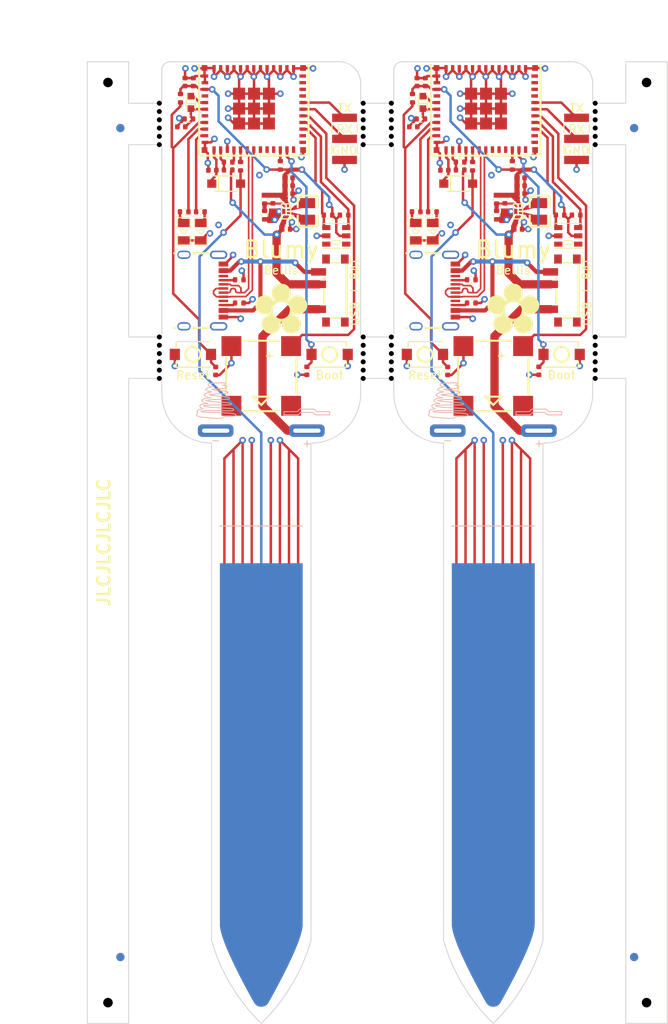
<source format=kicad_pcb>
(kicad_pcb (version 20240108) (generator "pcbnew") (generator_version "8.0")
  (layers (0 "F.Cu" signal) (1 "In1.Cu" signal) (2 "In2.Cu" signal) (31 "B.Cu" signal) (34 "B.Paste" user) (35 "F.Paste" user) (36 "B.SilkS" user "B.Silkscreen") (37 "F.SilkS" user "F.Silkscreen") (38 "B.Mask" user) (39 "F.Mask" user) (44 "Edge.Cuts" user))
  (net 0 "")
  (net 1 "Board_0-+3V3")
  (net 2 "Board_0-ADC_Light_Sensor")
  (net 3 "Board_0-ADC_Moisture")
  (net 4 "Board_0-ADC_Voltage_Measurement")
  (net 5 "Board_0-Buzzer")
  (net 6 "Board_0-EN")
  (net 7 "Board_0-GND")
  (net 8 "Board_0-IO8")
  (net 9 "Board_0-IO9")
  (net 10 "Board_0-LED_Green")
  (net 11 "Board_0-LED_Red")
  (net 12 "Board_0-Light_Sensor_In")
  (net 13 "Board_0-Moisture_SensorCapV")
  (net 14 "Board_0-Moisture_Square_Wave_Signal")
  (net 15 "Board_0-Net-(D1-A)")
  (net 16 "Board_0-Net-(D3-+)")
  (net 17 "Board_0-Net-(REF1-L1)")
  (net 18 "Board_0-Net-(REF1-L2)")
  (net 19 "Board_0-PWR_BAT_VIN")
  (net 20 "Board_0-PWR_FB")
  (net 21 "Board_0-PWR_USB_CC1")
  (net 22 "Board_0-PWR_USB_CC2")
  (net 23 "Board_0-PWR_USB_VIN")
  (net 24 "Board_0-PWR_VIN")
  (net 25 "Board_0-RX")
  (net 26 "Board_0-TH_SCL")
  (net 27 "Board_0-TH_SDA")
  (net 28 "Board_0-TX")
  (net 29 "Board_0-USB_D+")
  (net 30 "Board_0-USB_D-")
  (net 31 "Board_0-Voltage_Measurement_Select")
  (net 32 "Board_0-unconnected-(BZ1-NC-Pad3)")
  (net 33 "Board_0-unconnected-(BZ1-NC-Pad4)")
  (net 34 "Board_0-unconnected-(U1-SBU1-PadA8)")
  (net 35 "Board_0-unconnected-(U1-SBU2-PadB8)")
  (net 36 "Board_0-unconnected-(U1-SHELL-Pad1)")
  (net 37 "Board_0-unconnected-(U1-SHELL-Pad2)")
  (net 38 "Board_0-unconnected-(U1-SHELL-Pad3)")
  (net 39 "Board_0-unconnected-(U1-SHELL-Pad4)")
  (net 40 "Board_0-unconnected-(U13-IO14-Pad19)")
  (net 41 "Board_0-unconnected-(U13-IO15-Pad20)")
  (net 42 "Board_0-unconnected-(U13-IO18-Pad24)")
  (net 43 "Board_0-unconnected-(U13-IO19-Pad25)")
  (net 44 "Board_0-unconnected-(U13-IO20-Pad26)")
  (net 45 "Board_0-unconnected-(U13-NC-Pad21)")
  (net 46 "Board_0-unconnected-(U13-NC-Pad32)")
  (net 47 "Board_0-unconnected-(U13-NC-Pad33)")
  (net 48 "Board_0-unconnected-(U13-NC-Pad34)")
  (net 49 "Board_0-unconnected-(U13-NC-Pad35)")
  (net 50 "Board_0-unconnected-(U13-NC-Pad4)")
  (net 51 "Board_0-unconnected-(U13-NC-Pad7)")
  (net 52 "Board_0-unconnected-(U3-NC-Pad1)")
  (net 53 "Board_0-unconnected-(U3-NC-Pad6)")
  (net 54 "Board_0-unconnected-(U8-Pad4)")
  (net 55 "Board_0-unconnected-(U8-Pad5)")
  (net 56 "Board_0-unconnected-(U8-Pad6)")
  (net 57 "Board_0-unconnected-(U8-Pad7)")
  (net 58 "Board_1-+3V3")
  (net 59 "Board_1-ADC_Light_Sensor")
  (net 60 "Board_1-ADC_Moisture")
  (net 61 "Board_1-ADC_Voltage_Measurement")
  (net 62 "Board_1-Buzzer")
  (net 63 "Board_1-EN")
  (net 64 "Board_1-GND")
  (net 65 "Board_1-IO8")
  (net 66 "Board_1-IO9")
  (net 67 "Board_1-LED_Green")
  (net 68 "Board_1-LED_Red")
  (net 69 "Board_1-Light_Sensor_In")
  (net 70 "Board_1-Moisture_SensorCapV")
  (net 71 "Board_1-Moisture_Square_Wave_Signal")
  (net 72 "Board_1-Net-(D1-A)")
  (net 73 "Board_1-Net-(D3-+)")
  (net 74 "Board_1-Net-(REF1-L1)")
  (net 75 "Board_1-Net-(REF1-L2)")
  (net 76 "Board_1-PWR_BAT_VIN")
  (net 77 "Board_1-PWR_FB")
  (net 78 "Board_1-PWR_USB_CC1")
  (net 79 "Board_1-PWR_USB_CC2")
  (net 80 "Board_1-PWR_USB_VIN")
  (net 81 "Board_1-PWR_VIN")
  (net 82 "Board_1-RX")
  (net 83 "Board_1-TH_SCL")
  (net 84 "Board_1-TH_SDA")
  (net 85 "Board_1-TX")
  (net 86 "Board_1-USB_D+")
  (net 87 "Board_1-USB_D-")
  (net 88 "Board_1-Voltage_Measurement_Select")
  (net 89 "Board_1-unconnected-(BZ1-NC-Pad3)")
  (net 90 "Board_1-unconnected-(BZ1-NC-Pad4)")
  (net 91 "Board_1-unconnected-(U1-SBU1-PadA8)")
  (net 92 "Board_1-unconnected-(U1-SBU2-PadB8)")
  (net 93 "Board_1-unconnected-(U1-SHELL-Pad1)")
  (net 94 "Board_1-unconnected-(U1-SHELL-Pad2)")
  (net 95 "Board_1-unconnected-(U1-SHELL-Pad3)")
  (net 96 "Board_1-unconnected-(U1-SHELL-Pad4)")
  (net 97 "Board_1-unconnected-(U13-IO14-Pad19)")
  (net 98 "Board_1-unconnected-(U13-IO15-Pad20)")
  (net 99 "Board_1-unconnected-(U13-IO18-Pad24)")
  (net 100 "Board_1-unconnected-(U13-IO19-Pad25)")
  (net 101 "Board_1-unconnected-(U13-IO20-Pad26)")
  (net 102 "Board_1-unconnected-(U13-NC-Pad21)")
  (net 103 "Board_1-unconnected-(U13-NC-Pad32)")
  (net 104 "Board_1-unconnected-(U13-NC-Pad33)")
  (net 105 "Board_1-unconnected-(U13-NC-Pad34)")
  (net 106 "Board_1-unconnected-(U13-NC-Pad35)")
  (net 107 "Board_1-unconnected-(U13-NC-Pad4)")
  (net 108 "Board_1-unconnected-(U13-NC-Pad7)")
  (net 109 "Board_1-unconnected-(U3-NC-Pad1)")
  (net 110 "Board_1-unconnected-(U3-NC-Pad6)")
  (net 111 "Board_1-unconnected-(U8-Pad4)")
  (net 112 "Board_1-unconnected-(U8-Pad5)")
  (net 113 "Board_1-unconnected-(U8-Pad6)")
  (net 114 "Board_1-unconnected-(U8-Pad7)")
  (footprint "Capacitor_SMD:C_0402_1005Metric" (layer "F.Cu") (at 202.805999 22.449997 90)
    (property "Reference" "C8" (hide yes))
    (property "Value" "10nF")
  )
  (footprint "Capacitor_SMD:C_0402_1005Metric" (layer "F.Cu") (at 216.505999 57.28 -90)
    (property "Reference" "C5" (hide yes))
    (property "Value" "100nF-Ceramic")
  )
  (footprint "Resistor_SMD:R_0402_1005Metric" (layer "F.Cu") (at 203.655999 38.1)
    (property "Reference" "R13" (hide yes))
    (property "Value" "120")
  )
  (footprint "CustomFootprints:USB-C-SMD_G-SWITCH_GT-USB-7010EN" (layer "F.Cu") (at 232.055998 47.599997 -90)
    (property "Reference" "U1" (hide yes))
    (property "Value" "USB-C")
  )
  (footprint "NPTH" (layer "F.Cu") (at 223.306002 30.000001)
    (property "Reference" "KiKit_MB_2_6" (hide yes))
    (property "Value" "NPTH" (hide yes))
  )
  (footprint "NPTH" (layer "F.Cu") (at 226.705999 53.2)
    (property "Reference" "KiKit_MB_7_6" (hide yes))
    (property "Value" "NPTH" (hide yes))
  )
  (footprint "Capacitor_SMD:C_0402_1005Metric" (layer "F.Cu") (at 229.355999 27.85 180)
    (property "Reference" "C7" (hide yes))
    (property "Value" "10uF")
  )
  (footprint "NPTH" (layer "F.Cu") (at 198.706 56.2)
    (property "Reference" "KiKit_MB_3_3" (hide yes))
    (property "Value" "NPTH" (hide yes))
  )
  (footprint "Resistor_SMD:R_0402_1005Metric" (layer "F.Cu") (at 201.705999 38.1 180)
    (property "Reference" "R14" (hide yes))
    (property "Value" "120")
  )
  (footprint "CustomFootprints:L0806" (layer "F.Cu") (at 244.605999 38.05 -90)
    (property "Reference" "L1" (hide yes))
    (property "Value" "1.5uH")
  )
  (footprint "Capacitor_SMD:C_0402_1005Metric" (layer "F.Cu") (at 201.805999 22.449997 90)
    (property "Reference" "C9" (hide yes))
    (property "Value" "10uF")
  )
  (footprint "NPTH" (layer "F.Cu") (at 257.507002 22.5)
    (property "Reference" "KiKit_TO_2" (hide yes))
    (property "Value" "NPTH" (hide yes))
  )
  (footprint "NPTH" (layer "F.Cu") (at 198.706 27.999997)
    (property "Reference" "KiKit_MB_4_3" (hide yes))
    (property "Value" "NPTH" (hide yes))
  )
  (footprint "Capacitor_SMD:C_0402_1005Metric" (layer "F.Cu") (at 233.105999 33.089997)
    (property "Reference" "C3" (hide yes))
    (property "Value" "10nF")
  )
  (footprint "NPTH" (layer "F.Cu") (at 257.507002 133.5)
    (property "Reference" "KiKit_TO_4" (hide yes))
    (property "Value" "NPTH" (hide yes))
  )
  (footprint "CustomFootprints:SENSORS-SMD_ALS-PT19" (layer "F.Cu") (at 202.505999 24.899997 -90)
    (property "Reference" "U6" (hide yes))
    (property "Value" "Light sensor")
  )
  (footprint "CustomFootprints:PinHeader_1x03_P2.54mm_Vertical_SMD" (layer "F.Cu") (at 221.055999 29.3)
    (property "Reference" "J1" (hide yes))
    (property "Value" "Conn_01x03")
  )
  (footprint "NPTH" (layer "F.Cu") (at 226.705999 27.999997)
    (property "Reference" "KiKit_MB_8_3" (hide yes))
    (property "Value" "NPTH" (hide yes))
  )
  (footprint "Resistor_SMD:R_0402_1005Metric" (layer "F.Cu") (at 202.255999 26.9 180)
    (property "Reference" "R3" (hide yes))
    (property "Value" "100k")
  )
  (footprint "CustomFootprints:SW-SMD_MK-12C02-G025" (layer "F.Cu") (at 219.505999 47.6 90)
    (property "Reference" "U8" (hide yes))
    (property "Value" "Slide-Switch")
  )
  (footprint "Capacitor_SMD:C_0402_1005Metric" (layer "F.Cu") (at 233.505999 57.3 -90)
    (property "Reference" "C11" (hide yes))
    (property "Value" "100nF-Ceramic")
  )
  (footprint "CustomFootprints:SENSOR-SMD-6_AHT20" (layer "F.Cu") (at 248.055999 41 180)
    (property "Reference" "U3" (hide yes))
    (property "Value" "AHT20")
  )
  (footprint "NPTH" (layer "F.Cu") (at 251.305999 53.200001)
    (property "Reference" "KiKit_MB_5_1" (hide yes))
    (property "Value" "NPTH" (hide yes))
  )
  (footprint "NPTH" (layer "F.Cu") (at 226.705999 55.2)
    (property "Reference" "KiKit_MB_7_4" (hide yes))
    (property "Value" "NPTH" (hide yes))
  )
  (footprint "Resistor_SMD:R_0402_1005Metric" (layer "F.Cu") (at 235.005999 33.05 180)
    (property "Reference" "R4" (hide yes))
    (property "Value" "5k1")
  )
  (footprint "NPTH" (layer "F.Cu") (at 226.705999 29.999997)
    (property "Reference" "KiKit_MB_8_1" (hide yes))
    (property "Value" "NPTH" (hide yes))
  )
  (footprint "NPTH" (layer "F.Cu") (at 223.305999 58.200001)
    (property "Reference" "KiKit_MB_1_6" (hide yes))
    (property "Value" "NPTH" (hide yes))
  )
  (footprint "Fiducial" (layer "F.Cu") (at 194.004999 28)
    (property "Reference" "KiKit_FID_T_1" (hide yes))
    (property "Value" "Fiducial" (hide yes))
  )
  (footprint "NPTH" (layer "F.Cu") (at 223.305999 56.200001)
    (property "Reference" "KiKit_MB_1_4" (hide yes))
    (property "Value" "NPTH" (hide yes))
  )
  (footprint "NPTH" (layer "F.Cu") (at 198.706 53.2)
    (property "Reference" "KiKit_MB_3_6" (hide yes))
    (property "Value" "NPTH" (hide yes))
  )
  (footprint "Capacitor_SMD:C_0402_1005Metric" (layer "F.Cu") (at 240.405999 36.6 -90)
    (property "Reference" "C2" (hide yes))
    (property "Value" "10pF")
  )
  (footprint "NPTH" (layer "F.Cu") (at 251.306002 27.000001)
    (property "Reference" "KiKit_MB_6_3" (hide yes))
    (property "Value" "NPTH" (hide yes))
  )
  (footprint "NPTH" (layer "F.Cu") (at 223.305999 55.200001)
    (property "Reference" "KiKit_MB_1_3" (hide yes))
    (property "Value" "NPTH" (hide yes))
  )
  (footprint "MountingHole:MountingHole_3.2mm_M3" (layer "F.Cu") (at 201.605999 60.699997)
    (property "Reference" "H2" (hide yes))
    (property "Value" "MountingHole")
  )
  (footprint "NPTH" (layer "F.Cu") (at 251.306002 28.000001)
    (property "Reference" "KiKit_MB_6_4" (hide yes))
    (property "Value" "NPTH" (hide yes))
  )
  (footprint "NPTH" (layer "F.Cu") (at 198.706 26.999997)
    (property "Reference" "KiKit_MB_4_4" (hide yes))
    (property "Value" "NPTH" (hide yes))
  )
  (footprint "Capacitor_SMD:C_0402_1005Metric" (layer "F.Cu") (at 214.305999 34)
    (property "Reference" "C12" (hide yes))
    (property "Value" "10uF")
  )
  (footprint "Fiducial" (layer "F.Cu") (at 194.004999 128)
    (property "Reference" "KiKit_FID_T_3" (hide yes))
    (property "Value" "Fiducial" (hide yes))
  )
  (footprint "NPTH" (layer "F.Cu") (at 226.705999 57.2)
    (property "Reference" "KiKit_MB_7_2" (hide yes))
    (property "Value" "NPTH" (hide yes))
  )
  (footprint "NPTH" (layer "F.Cu") (at 251.306002 29.000001)
    (property "Reference" "KiKit_MB_6_5" (hide yes))
    (property "Value" "NPTH" (hide yes))
  )
  (footprint "Capacitor_SMD:C_0402_1005Metric" (layer "F.Cu") (at 244.505999 57.28 -90)
    (property "Reference" "C5" (hide yes))
    (property "Value" "100nF-Ceramic")
  )
  (footprint "NPTH" (layer "F.Cu") (at 251.305999 54.200001)
    (property "Reference" "KiKit_MB_5_2" (hide yes))
    (property "Value" "NPTH" (hide yes))
  )
  (footprint "NPTH" (layer "F.Cu") (at 223.306002 25.000001)
    (property "Reference" "KiKit_MB_2_1" (hide yes))
    (property "Value" "NPTH" (hide yes))
  )
  (footprint "CustomFootprints:PinHeader_1x03_P2.54mm_Vertical_SMD" (layer "F.Cu") (at 249.055999 29.3)
    (property "Reference" "J1" (hide yes))
    (property "Value" "Conn_01x03")
  )
  (footprint "NPTH" (layer "F.Cu") (at 226.705999 26.999997)
    (property "Reference" "KiKit_MB_8_4" (hide yes))
    (property "Value" "NPTH" (hide yes))
  )
  (footprint "CustomFootprints:Flower" (layer "F.Cu") (at 241.405999 49.75)
    (property "Reference" "Flower1" (hide yes))
    (property "Value" "Flower" (hide yes))
  )
  (footprint "Resistor_SMD:R_0402_1005Metric" (layer "F.Cu") (at 241.305999 32.5 -90)
    (property "Reference" "R5" (hide yes))
    (property "Value" "10k")
  )
  (footprint "NPTH" (layer "F.Cu") (at 226.705999 25.999997)
    (property "Reference" "KiKit_MB_8_5" (hide yes))
    (property "Value" "NPTH" (hide yes))
  )
  (footprint "NPTH" (layer "F.Cu") (at 198.706 54.2)
    (property "Reference" "KiKit_MB_3_5" (hide yes))
    (property "Value" "NPTH" (hide yes))
  )
  (footprint "NPTH" (layer "F.Cu") (at 251.306002 30.000001)
    (property "Reference" "KiKit_MB_6_6" (hide yes))
    (property "Value" "NPTH" (hide yes))
  )
  (footprint "NPTH" (layer "F.Cu") (at 223.305999 54.200001)
    (property "Reference" "KiKit_MB_1_2" (hide yes))
    (property "Value" "NPTH" (hide yes))
  )
  (footprint "Resistor_SMD:R_0402_1005Metric" (layer "F.Cu") (at 239.407151 38.5 -90)
    (property "Reference" "R15" (hide yes))
    (property "Value" "51.1k")
  )
  (footprint "Capacitor_SMD:C_0402_1005Metric" (layer "F.Cu") (at 214.305999 35.9)
    (property "Reference" "C6" (hide yes))
    (property "Value" "10uF")
  )
  (footprint "NPTH" (layer "F.Cu") (at 192.504999 22.5)
    (property "Reference" "KiKit_TO_1" (hide yes))
    (property "Value" "NPTH" (hide yes))
  )
  (footprint "NPTH" (layer "F.Cu") (at 251.305999 55.200001)
    (property "Reference" "KiKit_MB_5_3" (hide yes))
    (property "Value" "NPTH" (hide yes))
  )
  (footprint "NPTH" (layer "F.Cu") (at 251.306002 25.000001)
    (property "Reference" "KiKit_MB_6_1" (hide yes))
    (property "Value" "NPTH" (hide yes))
  )
  (footprint "NPTH" (layer "F.Cu") (at 198.706 57.2)
    (property "Reference" "KiKit_MB_3_2" (hide yes))
    (property "Value" "NPTH" (hide yes))
  )
  (footprint "CustomFootprints:BUZ-SMD_4P-L8.5-W8.5-P8.50-BR" (layer "F.Cu") (at 239.005999 57.899997 180)
    (property "Reference" "BZ1" (hide yes))
    (property "Value" "Buzzer")
  )
  (footprint "Resistor_SMD:R_0402_1005Metric" (layer "F.Cu") (at 221.005999 38.5 180)
    (property "Reference" "R2" (hide yes))
    (property "Value" "5k1")
  )
  (footprint "CustomFootprints:SW-SMD_L3.9-W3.0-P4.45" (layer "F.Cu") (at 247.255998 55.299997 180)
    (property "Reference" "U7" (hide yes))
    (property "Value" "Tactile-Switch")
  )
  (footprint "NPTH" (layer "F.Cu") (at 226.705999 54.2)
    (property "Reference" "KiKit_MB_7_5" (hide yes))
    (property "Value" "NPTH" (hide yes))
  )
  (footprint "Resistor_SMD:R_0402_1005Metric" (layer "F.Cu") (at 235.005999 32.1)
    (property "Reference" "R6" (hide yes))
    (property "Value" "2k")
  )
  (footprint "Resistor_SMD:R_0402_1005Metric" (layer "F.Cu") (at 208.505999 32.599997 90)
    (property "Reference" "R8" (hide yes))
    (property "Value" "10k")
  )
  (footprint "NPTH" (layer "F.Cu") (at 226.705999 24.999997)
    (property "Reference" "KiKit_MB_8_6" (hide yes))
    (property "Value" "NPTH" (hide yes))
  )
  (footprint "CustomFootprints:L0806" (layer "F.Cu") (at 216.605999 38.05 -90)
    (property "Reference" "L1" (hide yes))
    (property "Value" "1.5uH")
  )
  (footprint "Resistor_SMD:R_0402_1005Metric" (layer "F.Cu") (at 201.255998 24.399997 -90)
    (property "Reference" "R9" (hide yes))
    (property "Value" "10k")
  )
  (footprint "NPTH" (layer "F.Cu") (at 198.706 58.2)
    (property "Reference" "KiKit_MB_3_1" (hide yes))
    (property "Value" "NPTH" (hide yes))
  )
  (footprint "Resistor_SMD:R_0402_1005Metric" (layer "F.Cu") (at 230.255999 26.9 180)
    (property "Reference" "R3" (hide yes))
    (property "Value" "100k")
  )
  (footprint "Resistor_SMD:R_0402_1005Metric" (layer "F.Cu") (at 208.355998 49.099997 180)
    (property "Reference" "R12" (hide yes))
    (property "Value" "5k1")
  )
  (footprint "Resistor_SMD:R_0402_1005Metric" (layer "F.Cu") (at 236.355998 46.299997 180)
    (property "Reference" "R11" (hide yes))
    (property "Value" "5k1")
  )
  (footprint "NPTH" (layer "F.Cu") (at 223.306002 28.000001)
    (property "Reference" "KiKit_MB_2_4" (hide yes))
    (property "Value" "NPTH" (hide yes))
  )
  (footprint "CustomFootprints:BUZ-SMD_4P-L8.5-W8.5-P8.50-BR" (layer "F.Cu") (at 211.005999 57.899997 180)
    (property "Reference" "BZ1" (hide yes))
    (property "Value" "Buzzer")
  )
  (footprint "Resistor_SMD:R_0402_1005Metric" (layer "F.Cu") (at 211.407151 38.5 -90)
    (property "Reference" "R15" (hide yes))
    (property "Value" "51.1k")
  )
  (footprint "CustomFootprints:SENSORS-SMD_ALS-PT19" (layer "F.Cu") (at 230.505999 24.899997 -90)
    (property "Reference" "U6" (hide yes))
    (property "Value" "Light sensor")
  )
  (footprint "CustomFootprints:DSBGA-8_L1.8-W1.1-R2-C4-P0.40-BR" (layer "F.Cu") (at 242.005999 38.05)
    (property "Reference" "REF1" (hide yes))
    (property "Value" "TPS63036YFGR")
  )
  (footprint "Resistor_SMD:R_0402_1005Metric" (layer "F.Cu") (at 207.005999 33.05 180)
    (property "Reference" "R4" (hide yes))
    (property "Value" "5k1")
  )
  (footprint "NPTH" (layer "F.Cu") (at 223.306002 26.000001)
    (property "Reference" "KiKit_MB_2_2" (hide yes))
    (property "Value" "NPTH" (hide yes))
  )
  (footprint "NPTH" (layer "F.Cu") (at 198.706 55.2)
    (property "Reference" "KiKit_MB_3_4" (hide yes))
    (property "Value" "NPTH" (hide yes))
  )
  (footprint "Resistor_SMD:R_0402_1005Metric" (layer "F.Cu") (at 231.655999 38.1)
    (property "Reference" "R13" (hide yes))
    (property "Value" "120")
  )
  (footprint "CustomFootprints:LED0805-R-RD" (layer "F.Cu") (at 231.705999 40.5 90)
    (property "Reference" "D1" (hide yes))
    (property "Value" "GREEN")
  )
  (footprint "NPTH" (layer "F.Cu") (at 198.706 29.999997)
    (property "Reference" "KiKit_MB_4_1" (hide yes))
    (property "Value" "NPTH" (hide yes))
  )
  (footprint "CustomFootprints:USB-C-SMD_G-SWITCH_GT-USB-7010EN" (layer "F.Cu") (at 204.055998 47.599997 -90)
    (property "Reference" "U1" (hide yes))
    (property "Value" "USB-C")
  )
  (footprint "Capacitor_SMD:C_0402_1005Metric" (layer "F.Cu") (at 205.505999 57.3 -90)
    (property "Reference" "C11" (hide yes))
    (property "Value" "100nF-Ceramic")
  )
  (footprint "Capacitor_SMD:C_0402_1005Metric" (layer "F.Cu") (at 214.005999 40.199975)
    (property "Reference" "C1" (hide yes))
    (property "Value" "10uF")
  )
  (footprint "Capacitor_SMD:C_0402_1005Metric" (layer "F.Cu") (at 212.405999 36.6 -90)
    (property "Reference" "C2" (hide yes))
    (property "Value" "10pF")
  )
  (footprint "MountingHole:MountingHole_3.2mm_M3" (layer "F.Cu") (at 248.405999 22.6)
    (property "Reference" "H1" (hide yes))
    (property "Value" "MountingHole")
  )
  (footprint "CustomFootprints:LED0805-R-RD" (layer "F.Cu") (at 201.655999 40.5 90)
    (property "Reference" "D3" (hide yes))
    (property "Value" "RED")
  )
  (footprint "Resistor_SMD:R_0402_1005Metric" (layer "F.Cu") (at 236.505999 32.599997 90)
    (property "Reference" "R8" (hide yes))
    (property "Value" "10k")
  )
  (footprint "NPTH" (layer "F.Cu") (at 251.305999 57.200001)
    (property "Reference" "KiKit_MB_5_5" (hide yes))
    (property "Value" "NPTH" (hide yes))
  )
  (footprint "NPTH" (layer "F.Cu") (at 192.504999 133.5)
    (property "Reference" "KiKit_TO_3" (hide yes))
    (property "Value" "NPTH" (hide yes))
  )
  (footprint "CustomFootprints:Flower" (layer "F.Cu") (at 213.405999 49.75)
    (property "Reference" "Flower1" (hide yes))
    (property "Value" "Flower" (hide yes))
  )
  (footprint "MountingHole:MountingHole_3.2mm_M3" (layer "F.Cu") (at 220.405999 60.699997)
    (property "Reference" "H3" (hide yes))
    (property "Value" "MountingHole")
  )
  (footprint "NPTH" (layer "F.Cu") (at 198.706 25.999997)
    (property "Reference" "KiKit_MB_4_5" (hide yes))
    (property "Value" "NPTH" (hide yes))
  )
  (footprint "Fiducial" (layer "F.Cu") (at 256.007002 28)
    (property "Reference" "KiKit_FID_T_2" (hide yes))
    (property "Value" "Fiducial" (hide yes))
  )
  (footprint "NPTH" (layer "F.Cu") (at 251.306002 26.000001)
    (property "Reference" "KiKit_MB_6_2" (hide yes))
    (property "Value" "NPTH" (hide yes))
  )
  (footprint "Resistor_SMD:R_0402_1005Metric" (layer "F.Cu") (at 211.405999 36.6 -90)
    (property "Reference" "R1" (hide yes))
    (property "Value" "287k")
  )
  (footprint "NPTH" (layer "F.Cu") (at 226.705999 56.2)
    (property "Reference" "KiKit_MB_7_3" (hide yes))
    (property "Value" "NPTH" (hide yes))
  )
  (footprint "Resistor_SMD:R_0402_1005Metric" (layer "F.Cu") (at 219.065999 38.5)
    (property "Reference" "R10" (hide yes))
    (property "Value" "5k1")
  )
  (footprint "NPTH" (layer "F.Cu") (at 223.306002 27.000001)
    (property "Reference" "KiKit_MB_2_3" (hide yes))
    (property "Value" "NPTH" (hide yes))
  )
  (footprint "CustomFootprints:SW-SMD_MK-12C02-G025" (layer "F.Cu") (at 247.505999 47.6 90)
    (property "Reference" "U8" (hide yes))
    (property "Value" "Slide-Switch")
  )
  (footprint "NPTH" (layer "F.Cu") (at 251.305999 58.200001)
    (property "Reference" "KiKit_MB_5_6" (hide yes))
    (property "Value" "NPTH" (hide yes))
  )
  (footprint "Capacitor_SMD:C_0402_1005Metric" (layer "F.Cu") (at 214.305999 34.95)
    (property "Reference" "C10" (hide yes))
    (property "Value" "10uF")
  )
  (footprint "Capacitor_SMD:C_0402_1005Metric" (layer "F.Cu") (at 201.355999 27.85 180)
    (property "Reference" "C7" (hide yes))
    (property "Value" "10uF")
  )
  (footprint "Resistor_SMD:R_0402_1005Metric" (layer "F.Cu") (at 239.405999 36.6 -90)
    (property "Reference" "R1" (hide yes))
    (property "Value" "287k")
  )
  (footprint "CustomFootprints:SW-SMD_L3.9-W3.0-P4.45" (layer "F.Cu") (at 219.255998 55.299997 180)
    (property "Reference" "U7" (hide yes))
    (property "Value" "Tactile-Switch")
  )
  (footprint "MountingHole:MountingHole_3.2mm_M3" (layer "F.Cu") (at 229.605999 60.699997)
    (property "Reference" "H2" (hide yes))
    (property "Value" "MountingHole")
  )
  (footprint "Fiducial" (layer "F.Cu") (at 256.007002 128)
    (property "Reference" "KiKit_FID_T_4" (hide yes))
    (property "Value" "Fiducial" (hide yes))
  )
  (footprint "Capacitor_SMD:C_0402_1005Metric" (layer "F.Cu") (at 242.305999 35.9)
    (property "Reference" "C6" (hide yes))
    (property "Value" "10uF")
  )
  (footprint "NPTH" (layer "F.Cu") (at 226.705999 58.2)
    (property "Reference" "KiKit_MB_7_1" (hide yes))
    (property "Value" "NPTH" (hide yes))
  )
  (footprint "NPTH" (layer "F.Cu") (at 198.706 28.999997)
    (property "Reference" "KiKit_MB_4_2" (hide yes))
    (property "Value" "NPTH" (hide yes))
  )
  (footprint "CustomFootprints:SW-SMD_L3.9-W3.0-P4.45" (layer "F.Cu") (at 230.755998 55.299997)
    (property "Reference" "U4" (hide yes))
    (property "Value" "Tactile-Switch")
  )
  (footprint "Capacitor_SMD:C_0402_1005Metric" (layer "F.Cu") (at 229.805999 22.449997 90)
    (property "Reference" "C9" (hide yes))
    (property "Value" "10uF")
  )
  (footprint "Resistor_SMD:R_0402_1005Metric" (layer "F.Cu") (at 247.065999 38.5)
    (property "Reference" "R10" (hide yes))
    (property "Value" "5k1")
  )
  (footprint "Capacitor_SMD:C_0402_1005Metric" (layer "F.Cu") (at 230.805999 22.449997 90)
    (property "Reference" "C8" (hide yes))
    (property "Value" "10nF")
  )
  (footprint "NPTH" (layer "F.Cu") (at 198.706 24.999997)
    (property "Reference" "KiKit_MB_4_6" (hide yes))
    (property "Value" "NPTH" (hide yes))
  )
  (footprint "CustomFootprints:SENSOR-SMD-6_AHT20" (layer "F.Cu") (at 220.055999 41 180)
    (property "Reference" "U3" (hide yes))
    (property "Value" "AHT20")
  )
  (footprint "CustomFootprints:LED0805-R-RD" (layer "F.Cu") (at 229.655999 40.5 90)
    (property "Reference" "D3" (hide yes))
    (property "Value" "RED")
  )
  (footprint "NPTH" (layer "F.Cu") (at 223.305999 57.200001)
    (property "Reference" "KiKit_MB_1_5" (hide yes))
    (property "Value" "NPTH" (hide yes))
  )
  (footprint "CustomFootprints:SOD-123F_L2.7-W1.6-LS3.8-RD" (layer "F.Cu") (at 206.771049 34.7)
    (property "Reference" "D2" (hide yes))
    (property "Value" "Switching-Diode")
  )
  (footprint "Resistor_SMD:R_0402_1005Metric" (layer "F.Cu") (at 249.005999 38.5 180)
    (property "Reference" "R2" (hide yes))
    (property "Value" "5k1")
  )
  (footprint "CustomFootprints:SOD-123F_L2.7-W1.6-LS3.8-RD" (layer "F.Cu") (at 234.771049 34.7)
    (property "Reference" "D2" (hide yes))
    (property "Value" "Switching-Diode")
  )
  (footprint "Capacitor_SMD:C_0402_1005Metric" (layer "F.Cu") (at 242.305999 34)
    (property "Reference" "C12" (hide yes))
    (property "Value" "10uF")
  )
  (footprint "CustomFootprints:WIFIM-SMD_61P-L16.6-W13.2-P0.80-ESP32-C6-MINI-1-N4" (layer "F.Cu") (at 210.105974 25.699921)
    (property "Reference" "U13" (hide yes))
    (property "Value" "ESP32-C6-MINI-1-N4")
  )
  (footprint "CustomFootprints:LED0805-R-RD" (layer "F.Cu") (at 203.705999 40.5 90)
    (property "Reference" "D1" (hide yes))
    (property "Value" "GREEN")
  )
  (footprint "Capacitor_SMD:C_0402_1005Metric" (layer "F.Cu") (at 205.105999 33.089997)
    (property "Reference" "C3" (hide yes))
    (property "Value" "10nF")
  )
  (footprint "CustomFootprints:SW-SMD_L3.9-W3.0-P4.45" (layer "F.Cu") (at 202.755998 55.299997)
    (property "Reference" "U4" (hide yes))
    (property "Value" "Tactile-Switch")
  )
  (footprint "NPTH" (layer "F.Cu") (at 251.305999 56.200001)
    (property "Reference" "KiKit_MB_5_4" (hide yes))
    (property "Value" "NPTH" (hide yes))
  )
  (footprint "Resistor_SMD:R_0402_1005Metric" (layer "F.Cu") (at 229.255998 24.399997 -90)
    (property "Reference" "R9" (hide yes))
    (property "Value" "10k")
  )
  (footprint "MountingHole:MountingHole_3.2mm_M3" (layer "F.Cu") (at 248.405999 60.699997)
    (property "Reference" "H3" (hide yes))
    (property "Value" "MountingHole")
  )
  (footprint "Resistor_SMD:R_0402_1005Metric" (layer "F.Cu") (at 208.355998 46.299997 180)
    (property "Reference" "R11" (hide yes))
    (property "Value" "5k1")
  )
  (footprint "Capacitor_SMD:C_0402_1005Metric" (layer "F.Cu") (at 242.005999 40.199975)
    (property "Reference" "C1" (hide yes))
    (property "Value" "10uF")
  )
  (footprint "NPTH" (layer "F.Cu") (at 223.306002 29.000001)
    (property "Reference" "KiKit_MB_2_5" (hide yes))
    (property "Value" "NPTH" (hide yes))
  )
  (footprint "CustomFootprints:DSBGA-8_L1.8-W1.1-R2-C4-P0.40-BR" (layer "F.Cu") (at 214.005999 38.05)
    (property "Reference" "REF1" (hide yes))
    (property "Value" "TPS63036YFGR")
  )
  (footprint "Capacitor_SMD:C_0402_1005Metric" (layer "F.Cu") (at 242.305999 34.95)
    (property "Reference" "C10" (hide yes))
    (property "Value" "10uF")
  )
  (footprint "NPTH" (layer "F.Cu") (at 226.705999 28.999997)
    (property "Reference" "KiKit_MB_8_2" (hide yes))
    (property "Value" "NPTH" (hide yes))
  )
  (footprint "Resistor_SMD:R_0402_1005Metric" (layer "F.Cu") (at 236.355998 49.099997 180)
    (property "Reference" "R12" (hide yes))
    (property "Value" "5k1")
  )
  (footprint "CustomFootprints:WIFIM-SMD_61P-L16.6-W13.2-P0.80-ESP32-C6-MINI-1-N4" (layer "F.Cu") (at 238.105974 25.699921)
    (property "Reference" "U13" (hide yes))
    (property "Value" "ESP32-C6-MINI-1-N4")
  )
  (footprint "Resistor_SMD:R_0402_1005Metric" (layer "F.Cu") (at 207.005999 32.1)
    (property "Reference" "R6" (hide yes))
    (property "Value" "2k")
  )
  (footprint "NPTH" (layer "F.Cu") (at 223.305999 53.200001)
    (property "Reference" "KiKit_MB_1_1" (hide yes))
    (property "Value" "NPTH" (hide yes))
  )
  (footprint "Resistor_SMD:R_0402_1005Metric" (layer "F.Cu") (at 213.305999 32.5 -90)
    (property "Reference" "R5" (hide yes))
    (property "Value" "10k")
  )
  (footprint "Resistor_SMD:R_0402_1005Metric" (layer "F.Cu") (at 229.705999 38.1 180)
    (property "Reference" "R14" (hide yes))
    (property "Value" "120")
  )
  (footprint "MountingHole:MountingHole_3.2mm_M3" (layer "F.Cu") (at 220.405999 22.6)
    (property "Reference" "H1" (hide yes))
    (property "Value" "MountingHole")
  )
  (footprint "CustomFootprints:AAA Battery-spring" (layer "B.Cu") (at 239.005999 64.5 180)
    (property "Reference" "U9" (hide yes))
    (property "Value" "Battery-Spring")
  )
  (footprint "CustomFootprints:AAA Battery-spring" (layer "B.Cu") (at 211.005999 64.5 180)
    (property "Reference" "U9" (hide yes))
    (property "Value" "Battery-Spring")
  )
  (footprint "CustomFootprints:Sensor-Tip" (layer "B.Cu") (at 239.005999 81 180)
    (property "Reference" "C4" (hide yes))
    (property "Value" "7pF-27pF, A=2.75cm^2")
  )
  (footprint "CustomFootprints:Sensor-Tip" (layer "B.Cu") (at 211.005999 81 180)
    (property "Reference" "C4" (hide yes))
    (property "Value" "7pF-27pF, A=2.75cm^2")
  )
  (footprint "Fiducial" (layer "B.Cu") (at 256.007002 28)
    (property "Reference" "KiKit_FID_B_2" (hide yes))
    (property "Value" "Fiducial" (hide yes))
  )
  (footprint "Fiducial" (layer "B.Cu") (at 256.007002 128)
    (property "Reference" "KiKit_FID_B_4" (hide yes))
    (property "Value" "Fiducial" (hide yes))
  )
  (footprint "Fiducial" (layer "B.Cu") (at 194.004999 28)
    (property "Reference" "KiKit_FID_B_1" (hide yes))
    (property "Value" "Fiducial" (hide yes))
  )
  (footprint "Fiducial" (layer "B.Cu") (at 194.004999 128)
    (property "Reference" "KiKit_FID_B_3" (hide yes))
    (property "Value" "Fiducial" (hide yes))
  )
  (gr_line (start 222.657667 21.299999) (end 222.586544 21.183937) (stroke (width 0.1)) (layer "Edge.Cuts"))
  (gr_line (start 221.558548 63.908236) (end 221.750654 63.672637) (stroke (width 0.1)) (layer "Edge.Cuts"))
  (gr_line (start 247.917811 65.246081) (end 248.179783 65.091867) (stroke (width 0.1)) (layer "Edge.Cuts"))
  (gr_line (start 227.298893 20.292894) (end 227.262855 20.33087) (stroke (width 0.1)) (layer "Edge.Cuts"))
  (gr_line (start 247.372134 65.513748) (end 247.648364 65.386829) (stroke (width 0.1)) (layer "Edge.Cuts"))
  (gr_line (start 227.167329 20.455362) (end 227.139974 20.500001) (stroke (width 0.1)) (layer "Edge.Cuts"))
  (gr_line (start 225.007 29.999997) (end 227.005999 29.999997) (stroke (width 0.1)) (layer "Edge.Cuts"))
  (gr_line (start 244.68664 127.023618) (end 245.005999 126) (stroke (width 0.1)) (layer "Edge.Cuts"))
  (gr_line (start 223.002439 22.463926) (end 222.991759 22.328225) (stroke (width 0.1)) (layer "Edge.Cuts"))
  (gr_line (start 206.108273 129.019507) (end 206.570057 129.987257) (stroke (width 0.1)) (layer "Edge.Cuts"))
  (gr_line (start 242.934632 130.931938) (end 243.44194 129.987257) (stroke (width 0.1)) (layer "Edge.Cuts"))
  (gr_line (start 227.040073 20.741181) (end 227.027851 20.792088) (stroke (width 0.1)) (layer "Edge.Cuts"))
  (gr_line (start 245.309894 65.992301) (end 245.613009 65.969218) (stroke (width 0.1)) (layer "Edge.Cuts"))
  (gr_line (start 221.586375 20.283382) (end 221.463515 20.224781) (stroke (width 0.1)) (layer "Edge.Cuts"))
  (gr_line (start 229.333364 64.744653) (end 229.57839 64.92458) (stroke (width 0.1)) (layer "Edge.Cuts"))
  (gr_line (start 202.639864 65.513746) (end 202.922168 65.626512) (stroke (width 0.1)) (layer "Edge.Cuts"))
  (gr_line (start 251.006002 22.599999) (end 251.002439 22.463926) (stroke (width 0.1)) (layer "Edge.Cuts"))
  (gr_line (start 195.004999 24.999997) (end 195.004999 20) (stroke (width 0.1)) (layer "Edge.Cuts"))
  (gr_line (start 249.078929 20.088592) (end 248.946569 20.056816) (stroke (width 0.1)) (layer "Edge.Cuts"))
  (gr_line (start 229.832216 65.091865) (end 230.094188 65.246079) (stroke (width 0.1)) (layer "Edge.Cuts"))
  (gr_line (start 243.44194 129.987257) (end 243.903724 129.019507) (stroke (width 0.1)) (layer "Edge.Cuts"))
  (gr_line (start 255.007002 136) (end 260.007002 136) (stroke (width 0.1)) (layer "Edge.Cuts"))
  (gr_line (start 199.759921 62.911811) (end 199.914135 63.173783) (stroke (width 0.1)) (layer "Edge.Cuts"))
  (gr_line (start 199.298893 20.292894) (end 199.262855 20.33087) (stroke (width 0.1)) (layer "Edge.Cuts"))
  (gr_line (start 248.812728 20.03201) (end 248.677773 20.014242) (stroke (width 0.1)) (layer "Edge.Cuts"))
  (gr_line (start 199.018311 20.843565) (end 199.011477 20.895471) (stroke (width 0.1)) (layer "Edge.Cuts"))
  (gr_line (start 199.599263 20.086456) (end 199.552009 20.108995) (stroke (width 0.1)) (layer "Edge.Cuts"))
  (gr_line (start 199.196983 20.412216) (end 199.167329 20.455362) (stroke (width 0.1)) (layer "Edge.Cuts"))
  (gr_line (start 234.108273 129.019507) (end 234.570057 129.987257) (stroke (width 0.1)) (layer "Edge.Cuts"))
  (gr_line (start 248.946569 20.056816) (end 248.812728 20.03201) (stroke (width 0.1)) (layer "Edge.Cuts"))
  (gr_line (start 205.005999 126) (end 205.325357 127.023618) (stroke (width 0.1)) (layer "Edge.Cuts"))
  (gr_line (start 199.418214 20.190984) (end 199.376679 20.222855) (stroke (width 0.1)) (layer "Edge.Cuts"))
  (gr_line (start 250.722618 21.419624) (end 250.657667 21.299999) (stroke (width 0.1)) (layer "Edge.Cuts"))
  (gr_line (start 233.693059 128.030881) (end 234.108273 129.019507) (stroke (width 0.1)) (layer "Edge.Cuts"))
  (gr_line (start 218.802178 65.724837) (end 219.089831 65.626514) (stroke (width 0.1)) (layer "Edge.Cuts"))
  (gr_line (start 207.077365 130.931938) (end 207.629049 131.85141) (stroke (width 0.1)) (layer "Edge.Cuts"))
  (gr_line (start 222.338177 20.860259) (end 222.244478 20.761521) (stroke (width 0.1)) (layer "Edge.Cuts"))
  (gr_line (start 250.991759 22.328225) (end 250.973992 22.19327) (stroke (width 0.1)) (layer "Edge.Cuts"))
  (gr_line (start 250.338177 20.860259) (end 250.244478 20.761521) (stroke (width 0.1)) (layer "Edge.Cuts"))
  (gr_line (start 222.781219 21.542484) (end 222.722618 21.419624) (stroke (width 0.1)) (layer "Edge.Cuts"))
  (gr_line (start 249.463515 20.224781) (end 249.337756 20.17269) (stroke (width 0.1)) (layer "Edge.Cuts"))
  (gr_line (start 222.392827 62.642365) (end 222.519746 62.366135) (stroke (width 0.1)) (layer "Edge.Cuts"))
  (gr_line (start 227.011477 20.895471) (end 227.007369 20.947664) (stroke (width 0.1)) (layer "Edge.Cuts"))
  (gr_line (start 227.647631 20.066421) (end 227.599263 20.086456) (stroke (width 0.1)) (layer "Edge.Cuts"))
  (gr_line (start 241.151553 133.60646) (end 241.78814 132.743592) (stroke (width 0.1)) (layer "Edge.Cuts"))
  (gr_line (start 233.005999 65.999999) (end 233.005999 126) (stroke (width 0.1)) (layer "Edge.Cuts"))
  (gr_line (start 199.228854 20.37068) (end 199.196983 20.412216) (stroke (width 0.1)) (layer "Edge.Cuts"))
  (gr_line (start 222.833311 21.668242) (end 222.781219 21.542484) (stroke (width 0.1)) (layer "Edge.Cuts"))
  (gr_line (start 250.814462 61.503915) (end 250.883179 61.207791) (stroke (width 0.1)) (layer "Edge.Cuts"))
  (gr_line (start 199.167329 20.455362) (end 199.139974 20.500001) (stroke (width 0.1)) (layer "Edge.Cuts"))
  (gr_line (start 227.005999 53.2) (end 225.007 53.2) (stroke (width 0.1)) (layer "Edge.Cuts"))
  (gr_line (start 249.558548 63.908236) (end 249.750654 63.672637) (stroke (width 0.1)) (layer "Edge.Cuts"))
  (gr_line (start 221.209443 20.127252) (end 221.078929 20.088592) (stroke (width 0.1)) (layer "Edge.Cuts"))
  (gr_line (start 222.519746 62.366135) (end 222.632512 62.083832) (stroke (width 0.1)) (layer "Edge.Cuts"))
  (gr_line (start 231.502084 65.808462) (end 231.798208 65.877179) (stroke (width 0.1)) (layer "Edge.Cuts"))
  (gr_line (start 221.822061 20.419456) (end 221.706 20.348333) (stroke (width 0.1)) (layer "Edge.Cuts"))
  (gr_line (start 250.252079 62.911812) (end 250.392827 62.642365) (stroke (width 0.1)) (layer "Edge.Cuts"))
  (gr_line (start 205.693059 128.030881) (end 206.108273 129.019507) (stroke (width 0.1)) (layer "Edge.Cuts"))
  (gr_line (start 222.632512 62.083832) (end 222.730835 61.796179) (stroke (width 0.1)) (layer "Edge.Cuts"))
  (gr_line (start 222.973992 22.19327) (end 222.949186 22.059429) (stroke (width 0.1)) (layer "Edge.Cuts"))
  (gr_line (start 225.007 53.2) (end 225.005 53.2) (stroke (width 0.1)) (layer "Edge.Cuts"))
  (gr_line (start 222.252079 62.911812) (end 222.392827 62.642365) (stroke (width 0.1)) (layer "Edge.Cuts"))
  (gr_line (start 200.08142 63.427608) (end 200.261346 63.672635) (stroke (width 0.1)) (layer "Edge.Cuts"))
  (gr_line (start 240.47463 134.438061) (end 241.151553 133.60646) (stroke (width 0.1)) (layer "Edge.Cuts"))
  (gr_line (start 222.949186 22.059429) (end 222.917409 21.92707) (stroke (width 0.1)) (layer "Edge.Cuts"))
  (gr_line (start 227.619174 62.642364) (end 227.759921 62.911811) (stroke (width 0.1)) (layer "Edge.Cuts"))
  (gr_line (start 228.005999 20) (end 227.953663 20.001372) (stroke (width 0.1)) (layer "Edge.Cuts"))
  (gr_line (start 205.325357 127.023618) (end 205.693059 128.030881) (stroke (width 0.1)) (layer "Edge.Cuts"))
  (gr_line (start 199.849564 20.012313) (end 199.798087 20.021854) (stroke (width 0.1)) (layer "Edge.Cuts"))
  (gr_line (start 199.379489 62.083831) (end 199.492254 62.366134) (stroke (width 0.1)) (layer "Edge.Cuts"))
  (gr_line (start 237.537367 134.43806) (end 238.253092 135.23651) (stroke (width 0.1)) (layer "Edge.Cuts"))
  (gr_line (start 236.860444 133.60646) (end 237.537367 134.43806) (stroke (width 0.1)) (layer "Edge.Cuts"))
  (gr_line (start 202.363634 65.386826) (end 202.639864 65.513746) (stroke (width 0.1)) (layer "Edge.Cuts"))
  (gr_line (start 232.398989 65.969215) (end 232.702104 65.992298) (stroke (width 0.1)) (layer "Edge.Cuts"))
  (gr_line (start 220.433609 64.924582) (end 220.678635 64.744656) (stroke (width 0.1)) (layer "Edge.Cuts"))
  (gr_line (start 251.006002 30) (end 255.007002 30) (stroke (width 0.1)) (layer "Edge.Cuts"))
  (gr_line (start 250.14574 20.667822) (end 250.042233 20.579419) (stroke (width 0.1)) (layer "Edge.Cuts"))
  (gr_line (start 227.027851 20.792088) (end 227.018311 20.843565) (stroke (width 0.1)) (layer "Edge.Cuts"))
  (gr_line (start 223.005998 60) (end 223.005999 58.2) (stroke (width 0.1)) (layer "Edge.Cuts"))
  (gr_line (start 200.261346 63.672635) (end 200.453452 63.908234) (stroke (width 0.1)) (layer "Edge.Cuts"))
  (gr_line (start 231.798208 65.877179) (end 232.097432 65.930809) (stroke (width 0.1)) (layer "Edge.Cuts"))
  (gr_line (start 227.492254 62.366134) (end 227.619174 62.642364) (stroke (width 0.1)) (layer "Edge.Cuts"))
  (gr_line (start 221.93058 63.42761) (end 222.097865 63.173785) (stroke (width 0.1)) (layer "Edge.Cuts"))
  (gr_line (start 199.336869 20.256856) (end 199.298893 20.292894) (stroke (width 0.1)) (layer "Edge.Cuts"))
  (gr_line (start 222.509445 21.071757) (end 222.42658 20.963766) (stroke (width 0.1)) (layer "Edge.Cuts"))
  (gr_line (start 236.223858 132.743591) (end 236.860444 133.60646) (stroke (width 0.1)) (layer "Edge.Cuts"))
  (gr_line (start 227.90147 20.00548) (end 227.849564 20.012313) (stroke (width 0.1)) (layer "Edge.Cuts"))
  (gr_line (start 200.657244 64.1338) (end 200.872199 64.348756) (stroke (width 0.1)) (layer "Edge.Cuts"))
  (gr_line (start 230.363634 65.386826) (end 230.639864 65.513746) (stroke (width 0.1)) (layer "Edge.Cuts"))
  (gr_line (start 227.196983 20.412216) (end 227.167329 20.455362) (stroke (width 0.1)) (layer "Edge.Cuts"))
  (gr_line (start 216.68664 127.023618) (end 217.005999 126) (stroke (width 0.1)) (layer "Edge.Cuts"))
  (gr_line (start 228.872199 64.348756) (end 229.097765 64.552548) (stroke (width 0.1)) (layer "Edge.Cuts"))
  (gr_line (start 222.878748 21.796555) (end 222.833311 21.668242) (stroke (width 0.1)) (layer "Edge.Cuts"))
  (gr_line (start 227.599263 20.086456) (end 227.552009 20.108995) (stroke (width 0.1)) (layer "Edge.Cuts"))
  (gr_line (start 250.781219 21.542484) (end 250.722618 21.419624) (stroke (width 0.1)) (layer "Edge.Cuts"))
  (gr_line (start 227.376679 20.222855) (end 227.336869 20.256856) (stroke (width 0.1)) (layer "Edge.Cuts"))
  (gr_line (start 241.78814 132.743592) (end 242.382948 131.851411) (stroke (width 0.1)) (layer "Edge.Cuts"))
  (gr_line (start 227.005999 58.2) (end 227.005999 60) (stroke (width 0.1)) (layer "Edge.Cuts"))
  (gr_line (start 250.998298 60.303895) (end 251.005998 60) (stroke (width 0.1)) (layer "Edge.Cuts"))
  (gr_line (start 215.903724 129.019507) (end 216.318938 128.030881) (stroke (width 0.1)) (layer "Edge.Cuts"))
  (gr_line (start 199.619174 62.642364) (end 199.759921 62.911811) (stroke (width 0.1)) (layer "Edge.Cuts"))
  (gr_line (start 195.004999 136) (end 195.004999 58.2) (stroke (width 0.1)) (layer "Edge.Cuts"))
  (gr_line (start 227.696982 20.048945) (end 227.647631 20.066421) (stroke (width 0.1)) (layer "Edge.Cuts"))
  (gr_line (start 235.629049 131.85141) (end 236.223858 132.743591) (stroke (width 0.1)) (layer "Edge.Cuts"))
  (gr_line (start 251.005999 58.2) (end 255.007002 58.2) (stroke (width 0.1)) (layer "Edge.Cuts"))
  (gr_line (start 228.657244 64.1338) (end 228.872199 64.348756) (stroke (width 0.1)) (layer "Edge.Cuts"))
  (gr_line (start 230.639864 65.513746) (end 230.922168 65.626512) (stroke (width 0.1)) (layer "Edge.Cuts"))
  (gr_line (start 219.372134 65.513748) (end 219.648364 65.386829) (stroke (width 0.1)) (layer "Edge.Cuts"))
  (gr_line (start 199.798087 20.021854) (end 199.74718 20.034076) (stroke (width 0.1)) (layer "Edge.Cuts"))
  (gr_line (start 250.883179 61.207791) (end 250.936809 60.908566) (stroke (width 0.1)) (layer "Edge.Cuts"))
  (gr_line (start 239.758905 135.236511) (end 240.47463 134.438061) (stroke (width 0.1)) (layer "Edge.Cuts"))
  (gr_line (start 199.005999 60) (end 199.013703 60.303894) (stroke (width 0.1)) (layer "Edge.Cuts"))
  (gr_line (start 230.094188 65.246079) (end 230.363634 65.386826) (stroke (width 0.1)) (layer "Edge.Cuts"))
  (gr_line (start 227.018311 20.843565) (end 227.011477 20.895471) (stroke (width 0.1)) (layer "Edge.Cuts"))
  (gr_line (start 220.678635 64.744656) (end 220.914234 64.55255) (stroke (width 0.1)) (layer "Edge.Cuts"))
  (gr_line (start 222.998298 60.303895) (end 223.005998 60) (stroke (width 0.1)) (layer "Edge.Cuts"))
  (gr_line (start 250.878748 21.796555) (end 250.833311 21.668242) (stroke (width 0.1)) (layer "Edge.Cuts"))
  (gr_line (start 255.007002 53.2) (end 251.005999 53.2) (stroke (width 0.1)) (layer "Edge.Cuts"))
  (gr_line (start 227.262855 20.33087) (end 227.228854 20.37068) (stroke (width 0.1)) (layer "Edge.Cuts"))
  (gr_line (start 250.949186 22.059429) (end 250.917409 21.92707) (stroke (width 0.1)) (layer "Edge.Cuts"))
  (gr_line (start 245.613009 65.969218) (end 245.914565 65.930812) (stroke (width 0.1)) (layer "Edge.Cuts"))
  (gr_line (start 214.934632 130.931938) (end 215.44194 129.987257) (stroke (width 0.1)) (layer "Edge.Cuts"))
  (gr_line (start 223.006002 30) (end 225.007 30) (stroke (width 0.1)) (layer "Edge.Cuts"))
  (gr_line (start 199.005999 53.2) (end 195.004999 53.2) (stroke (width 0.1)) (layer "Edge.Cuts"))
  (gr_line (start 255.007002 30) (end 255.007002 53.2) (stroke (width 0.1)) (layer "Edge.Cuts"))
  (gr_line (start 227.139974 20.500001) (end 227.114993 20.54601) (stroke (width 0.1)) (layer "Edge.Cuts"))
  (gr_line (start 227.114993 20.54601) (end 227.092454 20.593264) (stroke (width 0.1)) (layer "Edge.Cuts"))
  (gr_line (start 190.004999 136) (end 195.004999 136) (stroke (width 0.1)) (layer "Edge.Cuts"))
  (gr_line (start 222.14574 20.667822) (end 222.042233 20.579419) (stroke (width 0.1)) (layer "Edge.Cuts"))
  (gr_line (start 204.097432 65.930809) (end 204.398989 65.969215) (stroke (width 0.1)) (layer "Edge.Cuts"))
  (gr_line (start 199.075192 60.908566) (end 199.128822 61.20779) (stroke (width 0.1)) (layer "Edge.Cuts"))
  (gr_line (start 227.128822 61.20779) (end 227.197539 61.503914) (stroke (width 0.1)) (layer "Edge.Cuts"))
  (gr_line (start 222.097865 63.173785) (end 222.252079 62.911812) (stroke (width 0.1)) (layer "Edge.Cuts"))
  (gr_line (start 200.453452 63.908234) (end 200.657244 64.1338) (stroke (width 0.1)) (layer "Edge.Cuts"))
  (gr_line (start 223.006002 22.599999) (end 223.002439 22.463926) (stroke (width 0.1)) (layer "Edge.Cuts"))
  (gr_line (start 220.812728 20.03201) (end 220.677773 20.014242) (stroke (width 0.1)) (layer "Edge.Cuts"))
  (gr_line (start 199.262855 20.33087) (end 199.228854 20.37068) (stroke (width 0.1)) (layer "Edge.Cuts"))
  (gr_line (start 201.333364 64.744653) (end 201.57839 64.92458) (stroke (width 0.1)) (layer "Edge.Cuts"))
  (gr_line (start 221.463515 20.224781) (end 221.337756 20.17269) (stroke (width 0.1)) (layer "Edge.Cuts"))
  (gr_line (start 217.613009 65.969218) (end 217.914565 65.930812) (stroke (width 0.1)) (layer "Edge.Cuts"))
  (gr_line (start 222.730835 61.796179) (end 222.814462 61.503915) (stroke (width 0.1)) (layer "Edge.Cuts"))
  (gr_line (start 199.46136 20.161331) (end 199.418214 20.190984) (stroke (width 0.1)) (layer "Edge.Cuts"))
  (gr_line (start 217.914565 65.930812) (end 218.21379 65.877181) (stroke (width 0.1)) (layer "Edge.Cuts"))
  (gr_line (start 213.151553 133.60646) (end 213.78814 132.743592) (stroke (width 0.1)) (layer "Edge.Cuts"))
  (gr_line (start 227.281166 61.796178) (end 227.379489 62.083831) (stroke (width 0.1)) (layer "Edge.Cuts"))
  (gr_line (start 250.936809 60.908566) (end 250.975215 60.60701) (stroke (width 0.1)) (layer "Edge.Cuts"))
  (gr_line (start 228.261346 63.672635) (end 228.453452 63.908234) (stroke (width 0.1)) (layer "Edge.Cuts"))
  (gr_line (start 245.914565 65.930812) (end 246.21379 65.877181) (stroke (width 0.1)) (layer "Edge.Cuts"))
  (gr_line (start 199.505999 20.133976) (end 199.46136 20.161331) (stroke (width 0.1)) (layer "Edge.Cuts"))
  (gr_line (start 232.702104 65.992298) (end 233.005999 65.999999) (stroke (width 0.1)) (layer "Edge.Cuts"))
  (gr_line (start 227.075192 60.908566) (end 227.128822 61.20779) (stroke (width 0.1)) (layer "Edge.Cuts"))
  (gr_line (start 199.007369 20.947664) (end 199.005999 21) (stroke (width 0.1)) (layer "Edge.Cuts"))
  (gr_line (start 227.798087 20.021854) (end 227.74718 20.034076) (stroke (width 0.1)) (layer "Edge.Cuts"))
  (gr_line (start 219.648364 65.386829) (end 219.917811 65.246081) (stroke (width 0.1)) (layer "Edge.Cuts"))
  (gr_line (start 201.097765 64.552548) (end 201.333364 64.744653) (stroke (width 0.1)) (layer "Edge.Cuts"))
  (gr_line (start 199.90147 20.00548) (end 199.849564 20.012313) (stroke (width 0.1)) (layer "Edge.Cuts"))
  (gr_line (start 199.281166 61.796178) (end 199.379489 62.083831) (stroke (width 0.1)) (layer "Edge.Cuts"))
  (gr_line (start 199.492254 62.366134) (end 199.619174 62.642364) (stroke (width 0.1)) (layer "Edge.Cuts"))
  (gr_line (start 199.036786 60.607009) (end 199.075192 60.908566) (stroke (width 0.1)) (layer "Edge.Cuts"))
  (gr_line (start 260.007002 20) (end 255.007002 20) (stroke (width 0.1)) (layer "Edge.Cuts"))
  (gr_line (start 250.519746 62.366135) (end 250.632512 62.083832) (stroke (width 0.1)) (layer "Edge.Cuts"))
  (gr_line (start 203.20982 65.724835) (end 203.502084 65.808462) (stroke (width 0.1)) (layer "Edge.Cuts"))
  (gr_line (start 217.309894 65.992301) (end 217.613009 65.969218) (stroke (width 0.1)) (layer "Edge.Cuts"))
  (gr_line (start 227.336869 20.256856) (end 227.298893 20.292894) (stroke (width 0.1)) (layer "Edge.Cuts"))
  (gr_line (start 212.47463 134.438061) (end 213.151553 133.60646) (stroke (width 0.1)) (layer "Edge.Cuts"))
  (gr_line (start 195.004999 29.999997) (end 199.005999 29.999997) (stroke (width 0.1)) (layer "Edge.Cuts"))
  (gr_line (start 255.007002 58.2) (end 255.007002 136) (stroke (width 0.1)) (layer "Edge.Cuts"))
  (gr_line (start 248.542072 20.003563) (end 248.405999 20) (stroke (width 0.1)) (layer "Edge.Cuts"))
  (gr_line (start 199.013703 60.303894) (end 199.036786 60.607009) (stroke (width 0.1)) (layer "Edge.Cuts"))
  (gr_line (start 217.005999 126) (end 217.005999 66) (stroke (width 0.1)) (layer "Edge.Cuts"))
  (gr_line (start 249.822061 20.419456) (end 249.706 20.348333) (stroke (width 0.1)) (layer "Edge.Cuts"))
  (gr_line (start 199.552009 20.108995) (end 199.505999 20.133976) (stroke (width 0.1)) (layer "Edge.Cuts"))
  (gr_line (start 230.922168 65.626512) (end 231.20982 65.724835) (stroke (width 0.1)) (layer "Edge.Cuts"))
  (gr_line (start 203.798208 65.877179) (end 204.097432 65.930809) (stroke (width 0.1)) (layer "Edge.Cuts"))
  (gr_line (start 227.74718 20.034076) (end 227.696982 20.048945) (stroke (width 0.1)) (layer "Edge.Cuts"))
  (gr_line (start 250.392827 62.642365) (end 250.519746 62.366135) (stroke (width 0.1)) (layer "Edge.Cuts"))
  (gr_line (start 238.253092 135.23651) (end 239.005999 136) (stroke (width 0.1)) (layer "Edge.Cuts"))
  (gr_line (start 245.005999 66) (end 245.309894 65.992301) (stroke (width 0.1)) (layer "Edge.Cuts"))
  (gr_line (start 203.502084 65.808462) (end 203.798208 65.877179) (stroke (width 0.1)) (layer "Edge.Cuts"))
  (gr_line (start 199.114993 20.54601) (end 199.092454 20.593264) (stroke (width 0.1)) (layer "Edge.Cuts"))
  (gr_line (start 225.005 25) (end 223.006002 25) (stroke (width 0.1)) (layer "Edge.Cuts"))
  (gr_line (start 250.097865 63.173785) (end 250.252079 62.911812) (stroke (width 0.1)) (layer "Edge.Cuts"))
  (gr_line (start 250.730835 61.796179) (end 250.814462 61.503915) (stroke (width 0.1)) (layer "Edge.Cuts"))
  (gr_line (start 199.054943 20.690983) (end 199.040073 20.741181) (stroke (width 0.1)) (layer "Edge.Cuts"))
  (gr_line (start 201.832216 65.091865) (end 202.094188 65.246079) (stroke (width 0.1)) (layer "Edge.Cuts"))
  (gr_line (start 227.005999 21) (end 227.005999 24.999997) (stroke (width 0.1)) (layer "Edge.Cuts"))
  (gr_line (start 225.005 53.2) (end 223.005999 53.2) (stroke (width 0.1)) (layer "Edge.Cuts"))
  (gr_line (start 249.706 20.348333) (end 249.586375 20.283382) (stroke (width 0.1)) (layer "Edge.Cuts"))
  (gr_line (start 251.002439 22.463926) (end 250.991759 22.328225) (stroke (width 0.1)) (layer "Edge.Cuts"))
  (gr_line (start 219.917811 65.246081) (end 220.179783 65.091867) (stroke (width 0.1)) (layer "Edge.Cuts"))
  (gr_line (start 231.20982 65.724835) (end 231.502084 65.808462) (stroke (width 0.1)) (layer "Edge.Cuts"))
  (gr_line (start 251.005998 60) (end 251.005999 58.2) (stroke (width 0.1)) (layer "Edge.Cuts"))
  (gr_line (start 227.759921 62.911811) (end 227.914135 63.173783) (stroke (width 0.1)) (layer "Edge.Cuts"))
  (gr_line (start 223.006002 25) (end 223.006002 22.599999) (stroke (width 0.1)) (layer "Edge.Cuts"))
  (gr_line (start 216.318938 128.030881) (end 216.68664 127.023618) (stroke (width 0.1)) (layer "Edge.Cuts"))
  (gr_line (start 250.632512 62.083832) (end 250.730835 61.796179) (stroke (width 0.1)) (layer "Edge.Cuts"))
  (gr_line (start 199.005999 29.999997) (end 199.005999 53.2) (stroke (width 0.1)) (layer "Edge.Cuts"))
  (gr_line (start 249.750654 63.672637) (end 249.93058 63.42761) (stroke (width 0.1)) (layer "Edge.Cuts"))
  (gr_line (start 199.914135 63.173783) (end 200.08142 63.427608) (stroke (width 0.1)) (layer "Edge.Cuts"))
  (gr_line (start 250.657667 21.299999) (end 250.586544 21.183937) (stroke (width 0.1)) (layer "Edge.Cuts"))
  (gr_line (start 222.722618 21.419624) (end 222.657667 21.299999) (stroke (width 0.1)) (layer "Edge.Cuts"))
  (gr_line (start 222.975215 60.60701) (end 222.998298 60.303895) (stroke (width 0.1)) (layer "Edge.Cuts"))
  (gr_line (start 209.537367 134.43806) (end 210.253092 135.23651) (stroke (width 0.1)) (layer "Edge.Cuts"))
  (gr_line (start 248.678635 64.744656) (end 248.914234 64.55255) (stroke (width 0.1)) (layer "Edge.Cuts"))
  (gr_line (start 195.004999 53.2) (end 195.004999 29.999997) (stroke (width 0.1)) (layer "Edge.Cuts"))
  (gr_line (start 204.398989 65.969215) (end 204.702104 65.992298) (stroke (width 0.1)) (layer "Edge.Cuts"))
  (gr_line (start 222.586544 21.183937) (end 222.509445 21.071757) (stroke (width 0.1)) (layer "Edge.Cuts"))
  (gr_line (start 201.57839 64.92458) (end 201.832216 65.091865) (stroke (width 0.1)) (layer "Edge.Cuts"))
  (gr_line (start 220.179783 65.091867) (end 220.433609 64.924582) (stroke (width 0.1)) (layer "Edge.Cuts"))
  (gr_line (start 220.405999 20) (end 200.005999 20) (stroke (width 0.1)) (layer "Edge.Cuts"))
  (gr_line (start 225.005 58.2) (end 225.007 58.2) (stroke (width 0.1)) (layer "Edge.Cuts"))
  (gr_line (start 222.991759 22.328225) (end 222.973992 22.19327) (stroke (width 0.1)) (layer "Edge.Cuts"))
  (gr_line (start 199.376679 20.222855) (end 199.336869 20.256856) (stroke (width 0.1)) (layer "Edge.Cuts"))
  (gr_line (start 247.648364 65.386829) (end 247.917811 65.246081) (stroke (width 0.1)) (layer "Edge.Cuts"))
  (gr_line (start 249.337756 20.17269) (end 249.209443 20.127252) (stroke (width 0.1)) (layer "Edge.Cuts"))
  (gr_line (start 199.74718 20.034076) (end 199.696982 20.048945) (stroke (width 0.1)) (layer "Edge.Cuts"))
  (gr_line (start 222.42658 20.963766) (end 222.338177 20.860259) (stroke (width 0.1)) (layer "Edge.Cuts"))
  (gr_line (start 250.586544 21.183937) (end 250.509445 21.071757) (stroke (width 0.1)) (layer "Edge.Cuts"))
  (gr_line (start 227.552009 20.108995) (end 227.505999 20.133976) (stroke (width 0.1)) (layer "Edge.Cuts"))
  (gr_line (start 250.833311 21.668242) (end 250.781219 21.542484) (stroke (width 0.1)) (layer "Edge.Cuts"))
  (gr_line (start 214.382948 131.851411) (end 214.934632 130.931938) (stroke (width 0.1)) (layer "Edge.Cuts"))
  (gr_line (start 221.337756 20.17269) (end 221.209443 20.127252) (stroke (width 0.1)) (layer "Edge.Cuts"))
  (gr_line (start 221.354756 64.133803) (end 221.558548 63.908236) (stroke (width 0.1)) (layer "Edge.Cuts"))
  (gr_line (start 227.849564 20.012313) (end 227.798087 20.021854) (stroke (width 0.1)) (layer "Edge.Cuts"))
  (gr_line (start 232.097432 65.930809) (end 232.398989 65.969215) (stroke (width 0.1)) (layer "Edge.Cuts"))
  (gr_line (start 221.934241 20.496555) (end 221.822061 20.419456) (stroke (width 0.1)) (layer "Edge.Cuts"))
  (gr_line (start 248.179783 65.091867) (end 248.433609 64.924582) (stroke (width 0.1)) (layer "Edge.Cuts"))
  (gr_line (start 227.228854 20.37068) (end 227.196983 20.412216) (stroke (width 0.1)) (layer "Edge.Cuts"))
  (gr_line (start 208.860444 133.60646) (end 209.537367 134.43806) (stroke (width 0.1)) (layer "Edge.Cuts"))
  (gr_line (start 227.418214 20.190984) (end 227.376679 20.222855) (stroke (width 0.1)) (layer "Edge.Cuts"))
  (gr_line (start 234.570057 129.987257) (end 235.077365 130.931938) (stroke (width 0.1)) (layer "Edge.Cuts"))
  (gr_line (start 233.325357 127.023618) (end 233.693059 128.030881) (stroke (width 0.1)) (layer "Edge.Cuts"))
  (gr_line (start 255.007002 20) (end 255.007002 25) (stroke (width 0.1)) (layer "Edge.Cuts"))
  (gr_line (start 227.379489 62.083831) (end 227.492254 62.366134) (stroke (width 0.1)) (layer "Edge.Cuts"))
  (gr_line (start 246.21379 65.877181) (end 246.509914 65.808464) (stroke (width 0.1)) (layer "Edge.Cuts"))
  (gr_line (start 215.44194 129.987257) (end 215.903724 129.019507) (stroke (width 0.1)) (layer "Edge.Cuts"))
  (gr_line (start 244.318938 128.030881) (end 244.68664 127.023618) (stroke (width 0.1)) (layer "Edge.Cuts"))
  (gr_line (start 219.089831 65.626514) (end 219.372134 65.513748) (stroke (width 0.1)) (layer "Edge.Cuts"))
  (gr_line (start 222.244478 20.761521) (end 222.14574 20.667822) (stroke (width 0.1)) (layer "Edge.Cuts"))
  (gr_line (start 205.005999 65.999999) (end 205.005999 126) (stroke (width 0.1)) (layer "Edge.Cuts"))
  (gr_line (start 245.005999 126) (end 245.005999 66) (stroke (width 0.1)) (layer "Edge.Cuts"))
  (gr_line (start 239.005999 136) (end 239.758905 135.236511) (stroke (width 0.1)) (layer "Edge.Cuts"))
  (gr_line (start 222.042233 20.579419) (end 221.934241 20.496555) (stroke (width 0.1)) (layer "Edge.Cuts"))
  (gr_line (start 227.953663 20.001372) (end 227.90147 20.00548) (stroke (width 0.1)) (layer "Edge.Cuts"))
  (gr_line (start 213.78814 132.743592) (end 214.382948 131.851411) (stroke (width 0.1)) (layer "Edge.Cuts"))
  (gr_line (start 227.197539 61.503914) (end 227.281166 61.796178) (stroke (width 0.1)) (layer "Edge.Cuts"))
  (gr_line (start 251.006002 25) (end 251.006002 22.599999) (stroke (width 0.1)) (layer "Edge.Cuts"))
  (gr_line (start 248.677773 20.014242) (end 248.542072 20.003563) (stroke (width 0.1)) (layer "Edge.Cuts"))
  (gr_line (start 195.004999 20) (end 190.004999 20) (stroke (width 0.1)) (layer "Edge.Cuts"))
  (gr_line (start 220.677773 20.014242) (end 220.542072 20.003563) (stroke (width 0.1)) (layer "Edge.Cuts"))
  (gr_line (start 200.872199 64.348756) (end 201.097765 64.552548) (stroke (width 0.1)) (layer "Edge.Cuts"))
  (gr_line (start 199.005999 21) (end 199.005999 24.999997) (stroke (width 0.1)) (layer "Edge.Cuts"))
  (gr_line (start 200.005999 20) (end 199.953663 20.001372) (stroke (width 0.1)) (layer "Edge.Cuts"))
  (gr_line (start 246.509914 65.808464) (end 246.802178 65.724837) (stroke (width 0.1)) (layer "Edge.Cuts"))
  (gr_line (start 248.914234 64.55255) (end 249.139801 64.348758) (stroke (width 0.1)) (layer "Edge.Cuts"))
  (gr_line (start 227.013703 60.303894) (end 227.036786 60.607009) (stroke (width 0.1)) (layer "Edge.Cuts"))
  (gr_line (start 228.08142 63.427608) (end 228.261346 63.672635) (stroke (width 0.1)) (layer "Edge.Cuts"))
  (gr_line (start 221.750654 63.672637) (end 221.93058 63.42761) (stroke (width 0.1)) (layer "Edge.Cuts"))
  (gr_line (start 250.42658 20.963766) (end 250.338177 20.860259) (stroke (width 0.1)) (layer "Edge.Cuts"))
  (gr_line (start 199.197539 61.503914) (end 199.281166 61.796178) (stroke (width 0.1)) (layer "Edge.Cuts"))
  (gr_line (start 246.802178 65.724837) (end 247.089831 65.626514) (stroke (width 0.1)) (layer "Edge.Cuts"))
  (gr_line (start 250.042233 20.579419) (end 249.934241 20.496555) (stroke (width 0.1)) (layer "Edge.Cuts"))
  (gr_line (start 225.007 58.2) (end 227.005999 58.2) (stroke (width 0.1)) (layer "Edge.Cuts"))
  (gr_line (start 218.21379 65.877181) (end 218.509914 65.808464) (stroke (width 0.1)) (layer "Edge.Cuts"))
  (gr_line (start 220.542072 20.003563) (end 220.405999 20) (stroke (width 0.1)) (layer "Edge.Cuts"))
  (gr_line (start 199.092454 20.593264) (end 199.072419 20.641632) (stroke (width 0.1)) (layer "Edge.Cuts"))
  (gr_line (start 206.570057 129.987257) (end 207.077365 130.931938) (stroke (width 0.1)) (layer "Edge.Cuts"))
  (gr_line (start 229.57839 64.92458) (end 229.832216 65.091865) (stroke (width 0.1)) (layer "Edge.Cuts"))
  (gr_line (start 199.005999 58.2) (end 199.005999 60) (stroke (width 0.1)) (layer "Edge.Cuts"))
  (gr_line (start 260.007002 136) (end 260.007002 20) (stroke (width 0.1)) (layer "Edge.Cuts"))
  (gr_line (start 202.922168 65.626512) (end 203.20982 65.724835) (stroke (width 0.1)) (layer "Edge.Cuts"))
  (gr_line (start 217.005999 66) (end 217.309894 65.992301) (stroke (width 0.1)) (layer "Edge.Cuts"))
  (gr_line (start 250.973992 22.19327) (end 250.949186 22.059429) (stroke (width 0.1)) (layer "Edge.Cuts"))
  (gr_line (start 195.004999 58.2) (end 199.005999 58.2) (stroke (width 0.1)) (layer "Edge.Cuts"))
  (gr_line (start 202.094188 65.246079) (end 202.363634 65.386826) (stroke (width 0.1)) (layer "Edge.Cuts"))
  (gr_line (start 220.946569 20.056816) (end 220.812728 20.03201) (stroke (width 0.1)) (layer "Edge.Cuts"))
  (gr_line (start 250.975215 60.60701) (end 250.998298 60.303895) (stroke (width 0.1)) (layer "Edge.Cuts"))
  (gr_line (start 211.758905 135.236511) (end 212.47463 134.438061) (stroke (width 0.1)) (layer "Edge.Cuts"))
  (gr_line (start 227.007369 20.947664) (end 227.005999 21) (stroke (width 0.1)) (layer "Edge.Cuts"))
  (gr_line (start 199.011477 20.895471) (end 199.007369 20.947664) (stroke (width 0.1)) (layer "Edge.Cuts"))
  (gr_line (start 242.382948 131.851411) (end 242.934632 130.931938) (stroke (width 0.1)) (layer "Edge.Cuts"))
  (gr_line (start 243.903724 129.019507) (end 244.318938 128.030881) (stroke (width 0.1)) (layer "Edge.Cuts"))
  (gr_line (start 220.914234 64.55255) (end 221.139801 64.348758) (stroke (width 0.1)) (layer "Edge.Cuts"))
  (gr_line (start 249.354756 64.133803) (end 249.558548 63.908236) (stroke (width 0.1)) (layer "Edge.Cuts"))
  (gr_line (start 249.209443 20.127252) (end 249.078929 20.088592) (stroke (width 0.1)) (layer "Edge.Cuts"))
  (gr_line (start 249.93058 63.42761) (end 250.097865 63.173785) (stroke (width 0.1)) (layer "Edge.Cuts"))
  (gr_line (start 204.702104 65.992298) (end 205.005999 65.999999) (stroke (width 0.1)) (layer "Edge.Cuts"))
  (gr_line (start 249.934241 20.496555) (end 249.822061 20.419456) (stroke (width 0.1)) (layer "Edge.Cuts"))
  (gr_line (start 248.433609 64.924582) (end 248.678635 64.744656) (stroke (width 0.1)) (layer "Edge.Cuts"))
  (gr_line (start 250.244478 20.761521) (end 250.14574 20.667822) (stroke (width 0.1)) (layer "Edge.Cuts"))
  (gr_line (start 228.453452 63.908234) (end 228.657244 64.1338) (stroke (width 0.1)) (layer "Edge.Cuts"))
  (gr_line (start 229.097765 64.552548) (end 229.333364 64.744653) (stroke (width 0.1)) (layer "Edge.Cuts"))
  (gr_line (start 199.953663 20.001372) (end 199.90147 20.00548) (stroke (width 0.1)) (layer "Edge.Cuts"))
  (gr_line (start 227.054943 20.690983) (end 227.040073 20.741181) (stroke (width 0.1)) (layer "Edge.Cuts"))
  (gr_line (start 222.936809 60.908566) (end 222.975215 60.60701) (stroke (width 0.1)) (layer "Edge.Cuts"))
  (gr_line (start 208.223858 132.743591) (end 208.860444 133.60646) (stroke (width 0.1)) (layer "Edge.Cuts"))
  (gr_line (start 199.128822 61.20779) (end 199.197539 61.503914) (stroke (width 0.1)) (layer "Edge.Cuts"))
  (gr_line (start 233.005999 126) (end 233.325357 127.023618) (stroke (width 0.1)) (layer "Edge.Cuts"))
  (gr_line (start 199.647631 20.066421) (end 199.599263 20.086456) (stroke (width 0.1)) (layer "Edge.Cuts"))
  (gr_line (start 249.586375 20.283382) (end 249.463515 20.224781) (stroke (width 0.1)) (layer "Edge.Cuts"))
  (gr_line (start 227.46136 20.161331) (end 227.418214 20.190984) (stroke (width 0.1)) (layer "Edge.Cuts"))
  (gr_line (start 199.027851 20.792088) (end 199.018311 20.843565) (stroke (width 0.1)) (layer "Edge.Cuts"))
  (gr_line (start 199.040073 20.741181) (end 199.027851 20.792088) (stroke (width 0.1)) (layer "Edge.Cuts"))
  (gr_line (start 210.253092 135.23651) (end 211.005999 136) (stroke (width 0.1)) (layer "Edge.Cuts"))
  (gr_line (start 227.914135 63.173783) (end 228.08142 63.427608) (stroke (width 0.1)) (layer "Edge.Cuts"))
  (gr_line (start 248.405999 20) (end 228.005999 20) (stroke (width 0.1)) (layer "Edge.Cuts"))
  (gr_line (start 255.007002 25) (end 251.006002 25) (stroke (width 0.1)) (layer "Edge.Cuts"))
  (gr_line (start 250.509445 21.071757) (end 250.42658 20.963766) (stroke (width 0.1)) (layer "Edge.Cuts"))
  (gr_line (start 227.036786 60.607009) (end 227.075192 60.908566) (stroke (width 0.1)) (layer "Edge.Cuts"))
  (gr_line (start 227.092454 20.593264) (end 227.072419 20.641632) (stroke (width 0.1)) (layer "Edge.Cuts"))
  (gr_line (start 199.072419 20.641632) (end 199.054943 20.690983) (stroke (width 0.1)) (layer "Edge.Cuts"))
  (gr_line (start 218.509914 65.808464) (end 218.802178 65.724837) (stroke (width 0.1)) (layer "Edge.Cuts"))
  (gr_line (start 222.814462 61.503915) (end 222.883179 61.207791) (stroke (width 0.1)) (layer "Edge.Cuts"))
  (gr_line (start 227.005999 29.999997) (end 227.005999 53.2) (stroke (width 0.1)) (layer "Edge.Cuts"))
  (gr_line (start 251.005999 53.2) (end 251.006002 30) (stroke (width 0.1)) (layer "Edge.Cuts"))
  (gr_line (start 222.917409 21.92707) (end 222.878748 21.796555) (stroke (width 0.1)) (layer "Edge.Cuts"))
  (gr_line (start 221.139801 64.348758) (end 221.354756 64.133803) (stroke (width 0.1)) (layer "Edge.Cuts"))
  (gr_line (start 247.089831 65.626514) (end 247.372134 65.513748) (stroke (width 0.1)) (layer "Edge.Cuts"))
  (gr_line (start 250.917409 21.92707) (end 250.878748 21.796555) (stroke (width 0.1)) (layer "Edge.Cuts"))
  (gr_line (start 227.005999 24.999997) (end 225.005 24.999997) (stroke (width 0.1)) (layer "Edge.Cuts"))
  (gr_line (start 190.004999 20) (end 190.004999 136) (stroke (width 0.1)) (layer "Edge.Cuts"))
  (gr_line (start 221.706 20.348333) (end 221.586375 20.283382) (stroke (width 0.1)) (layer "Edge.Cuts"))
  (gr_line (start 223.005999 58.2) (end 225.005 58.2) (stroke (width 0.1)) (layer "Edge.Cuts"))
  (gr_line (start 199.696982 20.048945) (end 199.647631 20.066421) (stroke (width 0.1)) (layer "Edge.Cuts"))
  (gr_line (start 235.077365 130.931938) (end 235.629049 131.85141) (stroke (width 0.1)) (layer "Edge.Cuts"))
  (gr_line (start 249.139801 64.348758) (end 249.354756 64.133803) (stroke (width 0.1)) (layer "Edge.Cuts"))
  (gr_line (start 227.005999 60) (end 227.013703 60.303894) (stroke (width 0.1)) (layer "Edge.Cuts"))
  (gr_line (start 199.139974 20.500001) (end 199.114993 20.54601) (stroke (width 0.1)) (layer "Edge.Cuts"))
  (gr_line (start 199.005999 24.999997) (end 195.004999 24.999997) (stroke (width 0.1)) (layer "Edge.Cuts"))
  (gr_line (start 211.005999 136) (end 211.758905 135.236511) (stroke (width 0.1)) (layer "Edge.Cuts"))
  (gr_line (start 227.072419 20.641632) (end 227.054943 20.690983) (stroke (width 0.1)) (layer "Edge.Cuts"))
  (gr_line (start 223.005999 53.2) (end 223.006002 30) (stroke (width 0.1)) (layer "Edge.Cuts"))
  (gr_line (start 207.629049 131.85141) (end 208.223858 132.743591) (stroke (width 0.1)) (layer "Edge.Cuts"))
  (gr_line (start 221.078929 20.088592) (end 220.946569 20.056816) (stroke (width 0.1)) (layer "Edge.Cuts"))
  (gr_line (start 222.883179 61.207791) (end 222.936809 60.908566) (stroke (width 0.1)) (layer "Edge.Cuts"))
  (gr_line (start 227.505999 20.133976) (end 227.46136 20.161331) (stroke (width 0.1)) (layer "Edge.Cuts"))
  (gr_text "TX" (at 221.055999 25.61 0) (layer "F.SilkS") (effects (font (size 1 1))))
  (gr_text "JLCJLCJLCJLC" (at 192.004999 78 90) (layer "F.SilkS") (effects (font (size 1.5 1.5) (thickness 0.3))))
  (gr_text "Boot" (at 219.255998 57.799997 0) (layer "F.SilkS") (effects (font (size 1 1))))
  (gr_text "Blumy" (at 213.405999 42.65 0) (layer "F.SilkS") (effects (font (size 2 2) (thickness 0.3) (bold yes))))
  (gr_text "GND" (at 221.055999 30.71 0) (layer "F.SilkS") (effects (font (size 1 1))))
  (gr_text "Reset" (at 230.755998 57.799997 0) (layer "F.SilkS") (effects (font (size 1 1))))
  (gr_text "TX" (at 249.055999 25.61 0) (layer "F.SilkS") (effects (font (size 1 1))))
  (gr_text "RX" (at 221.055999 28.16 0) (layer "F.SilkS") (effects (font (size 1 1))))
  (gr_text "Boot" (at 247.255998 57.799997 0) (layer "F.SilkS") (effects (font (size 1 1))))
  (gr_text "Reset" (at 202.755998 57.799997 0) (layer "F.SilkS") (effects (font (size 1 1))))
  (gr_text "GND" (at 249.055999 30.71 0) (layer "F.SilkS") (effects (font (size 1 1))))
  (gr_text "RX" (at 249.055999 28.16 0) (layer "F.SilkS") (effects (font (size 1 1))))
  (gr_text "USB 〡 BAT" (at 222.305999 47.8 90) (layer "F.SilkS") (effects (font (size 1 1))))
  (gr_text "USB 〡 BAT" (at 250.305999 47.8 90) (layer "F.SilkS") (effects (font (size 1 1))))
  (gr_text "Bellis" (at 213.405999 45.15 0) (layer "F.SilkS") (effects (font (size 1 1))))
  (gr_text "Bellis" (at 241.405999 45.15 0) (layer "F.SilkS") (effects (font (size 1 1))))
  (gr_text "Blumy" (at 241.405999 42.65 0) (layer "F.SilkS") (effects (font (size 2 2) (thickness 0.3) (bold yes))))
  (segment (start 203.131018 22.929997) (end 203.526037 23.325016) (width 0.3) (layer "F.Cu") (net 1))
  (segment (start 201.255998 23.889997) (end 201.255998 23.299997) (width 0.3) (layer "F.Cu") (net 1))
  (segment (start 202.805999 22.929997) (end 203.131018 22.929997) (width 0.3) (layer "F.Cu") (net 1))
  (segment (start 211.665999 33.01) (end 213.305999 33.01) (width 0.3) (layer "F.Cu") (net 1))
  (segment (start 220.495999 38.54) (end 220.055999 38.98) (width 0.3) (layer "F.Cu") (net 1))
  (segment (start 219.575999 37.62) (end 219.575999 38.5) (width 0.3) (layer "F.Cu") (net 1))
  (segment (start 220.455897 41) (end 220.055999 40.600102) (width 0.3) (layer "F.Cu") (net 1))
  (segment (start 211.655999 33) (end 211.665999 33.01) (width 0.3) (layer "F.Cu") (net 1))
  (segment (start 219.205999 37.25) (end 219.575999 37.62) (width 0.3) (layer "F.Cu") (net 1))
  (segment (start 201.625998 22.929997) (end 201.805999 22.929997) (width 0.3) (layer "F.Cu") (net 1))
  (segment (start 201.805999 22.929997) (end 202.805999 22.929997) (width 0.3) (layer "F.Cu") (net 1))
  (segment (start 215.905999 33.009997) (end 214.805999 33.009997) (width 0.5) (layer "F.Cu") (net 1))
  (segment (start 214.805999 33.009997) (end 214.506003 33.009997) (width 0.5) (layer "F.Cu") (net 1))
  (segment (start 220.055999 40.600102) (end 220.055999 38.98) (width 0.3) (layer "F.Cu") (net 1))
  (segment (start 203.526037 23.325016) (end 204.205898 23.325016) (width 0.3) (layer "F.Cu") (net 1))
  (segment (start 220.055999 38.98) (end 219.575999 38.5) (width 0.3) (layer "F.Cu") (net 1))
  (segment (start 205.081017 23.325016) (end 204.205898 23.325016) (width 0.3) (layer "F.Cu") (net 1))
  (segment (start 214.805999 33.009997) (end 213.255996 33.009997) (width 0.3) (layer "F.Cu") (net 1))
  (segment (start 220.495999 38.5) (end 220.495999 38.54) (width 0.3) (layer "F.Cu") (net 1))
  (segment (start 213.825999 33.690001) (end 213.825999 34) (width 0.5) (layer "F.Cu") (net 1))
  (segment (start 201.255998 23.299997) (end 201.625998 22.929997) (width 0.3) (layer "F.Cu") (net 1))
  (segment (start 214.506003 33.009997) (end 213.825999 33.690001) (width 0.5) (layer "F.Cu") (net 1))
  (segment (start 221.255897 41) (end 220.455897 41) (width 0.3) (layer "F.Cu") (net 1))
  (via (at 205.081017 23.325016) (size 0.8) (drill 0.4) (layers "F.Cu" "B.Cu") (net 1))
  (via (at 215.905999 33.009997) (size 0.8) (drill 0.4) (layers "F.Cu" "B.Cu") (net 1))
  (via (at 219.205999 37.25) (size 0.8) (drill 0.4) (layers "F.Cu" "B.Cu") (net 1))
  (via (at 211.655999 33) (size 0.8) (drill 0.4) (layers "F.Cu" "B.Cu") (net 1))
  (segment (start 219.205999 36.309997) (end 215.905999 33.009997) (width 0.3) (layer "B.Cu") (net 1))
  (segment (start 205.855999 24.099998) (end 205.081017 23.325016) (width 0.3) (layer "B.Cu") (net 1))
  (segment (start 205.855999 27.2) (end 205.855999 24.099998) (width 0.3) (layer "B.Cu") (net 1))
  (segment (start 211.655999 33) (end 205.855999 27.2) (width 0.3) (layer "B.Cu") (net 1))
  (segment (start 219.205999 37.25) (end 219.205999 36.309997) (width 0.3) (layer "B.Cu") (net 1))
  (segment (start 202.505999 26.64) (end 202.765999 26.9) (width 0.3) (layer "F.Cu") (net 2))
  (segment (start 202.505999 25.650061) (end 202.580751 25.724813) (width 0.3) (layer "F.Cu") (net 2))
  (segment (start 202.765999 26.92) (end 201.835999 27.85) (width 0.3) (layer "F.Cu") (net 2))
  (segment (start 202.580751 25.724813) (end 204.205898 25.724813) (width 0.3) (layer "F.Cu") (net 2))
  (segment (start 202.765999 26.9) (end 202.765999 26.92) (width 0.3) (layer "F.Cu") (net 2))
  (segment (start 202.505999 25.650061) (end 202.505999 26.64) (width 0.3) (layer "F.Cu") (net 2))
  (segment (start 205.585999 33.089997) (end 205.585999 31.809871) (width 0.3) (layer "F.Cu") (net 3))
  (segment (start 205.585999 31.809871) (end 205.305974 31.529846) (width 0.3) (layer "F.Cu") (net 3))
  (segment (start 205.585999 33.669996) (end 205.036099 34.219896) (width 0.3) (layer "F.Cu") (net 3))
  (segment (start 205.305974 31.529846) (end 205.305974 30.599845) (width 0.3) (layer "F.Cu") (net 3))
  (segment (start 205.036099 34.219896) (end 205.036099 34.7) (width 0.3) (layer "F.Cu") (net 3))
  (segment (start 205.585999 33.089997) (end 205.585999 33.669996) (width 0.3) (layer "F.Cu") (net 3))
  (segment (start 206.105822 30.599845) (end 206.105822 31.709823) (width 0.3) (layer "F.Cu") (net 4))
  (segment (start 206.105822 31.709823) (end 206.495999 32.1) (width 0.3) (layer "F.Cu") (net 4))
  (segment (start 206.495999 32.1) (end 206.495999 33.05) (width 0.3) (layer "F.Cu") (net 4))
  (segment (start 218.855999 28.674915) (end 216.705999 26.524915) (width 0.3) (layer "F.Cu") (net 5))
  (segment (start 218.855999 34) (end 218.855999 28.674915) (width 0.3) (layer "F.Cu") (net 5))
  (segment (start 214.605821 54.300048) (end 215.955869 52.95) (width 0.3) (layer "F.Cu") (net 5))
  (segment (start 221.505999 52.95) (end 222.205999 52.25) (width 0.3) (layer "F.Cu") (net 5))
  (segment (start 222.205999 37.35) (end 218.855999 34) (width 0.3) (layer "F.Cu") (net 5))
  (segment (start 215.955869 52.95) (end 221.505999 52.95) (width 0.3) (layer "F.Cu") (net 5))
  (segment (start 222.205999 52.25) (end 222.205999 37.35) (width 0.3) (layer "F.Cu") (net 5))
  (segment (start 216.705999 26.524915) (end 216.005999 26.524915) (width 0.3) (layer "F.Cu") (net 5))
  (segment (start 201.255998 25.350001) (end 200.205999 26.4) (width 0.3) (layer "F.Cu") (net 6))
  (segment (start 203.505999 53.865086) (end 204.94091 55.299997) (width 0.3) (layer "F.Cu") (net 6))
  (segment (start 203.480983 27.325016) (end 200.378413 30.427586) (width 0.3) (layer "F.Cu") (net 6))
  (segment (start 203.505999 51.1) (end 203.505999 53.865086) (width 0.3) (layer "F.Cu") (net 6))
  (segment (start 200.378413 30.427586) (end 200.378413 47.972414) (width 0.3) (layer "F.Cu") (net 6))
  (segment (start 204.94091 56.254911) (end 205.505999 56.82) (width 0.3) (layer "F.Cu") (net 6))
  (segment (start 200.378413 47.972414) (end 203.505999 51.1) (width 0.3) (layer "F.Cu") (net 6))
  (segment (start 200.205999 26.4) (end 200.205999 30.255172) (width 0.3) (layer "F.Cu") (net 6))
  (segment (start 204.94091 55.299997) (end 204.94091 56.254911) (width 0.3) (layer "F.Cu") (net 6))
  (segment (start 201.255998 24.909997) (end 201.255998 25.350001) (width 0.3) (layer "F.Cu") (net 6))
  (segment (start 204.205898 27.325016) (end 203.480983 27.325016) (width 0.3) (layer "F.Cu") (net 6))
  (segment (start 200.205999 30.255172) (end 200.378413 30.427586) (width 0.3) (layer "F.Cu") (net 6))
  (segment (start 217.20596 20.749959) (end 217.255998 20.799997) (width 0.3) (layer "F.Cu") (net 7))
  (segment (start 204.625999 33.089997) (end 204.625999 32.269998) (width 0.3) (layer "F.Cu") (net 7))
  (segment (start 206.905923 29.599924) (end 206.905923 30.599845) (width 0.3) (layer "F.Cu") (net 7))
  (segment (start 221.44091 56.7) (end 221.44091 55.299997) (width 0.3) (layer "F.Cu") (net 7))
  (segment (start 205.305974 20.799997) (end 205.305974 21.799997) (width 0.3) (layer "F.Cu") (net 7))
  (segment (start 204.205898 21.724813) (end 204.205898 22.524915) (width 0.3) (layer "F.Cu") (net 7))
  (segment (start 200.571086 56.7) (end 200.571086 55.299997) (width 0.3) (layer "F.Cu") (net 7))
  (segment (start 202.955998 20.799997) (end 204.105822 20.799997) (width 0.3) (layer "F.Cu") (net 7))
  (segment (start 210.905923 20.999895) (end 211.706025 21.799997) (width 0.3) (layer "F.Cu") (net 7))
  (segment (start 216.056038 31.299957) (end 216.056038 30.649883) (width 0.3) (layer "F.Cu") (net 7))
  (segment (start 210.905923 21.00015) (end 210.106076 21.799997) (width 0.3) (layer "F.Cu") (net 7))
  (segment (start 221.055999 33) (end 221.055999 31.84) (width 0.3) (layer "F.Cu") (net 7))
  (segment (start 207.706025 20.999895) (end 206.905923 21.799997) (width 0.3) (layer "F.Cu") (net 7))
  (segment (start 202.805999 21.969997) (end 201.805999 21.969997) (width 0.3) (layer "F.Cu") (net 7))
  (segment (start 204.205898 21.724813) (end 203.051183 21.724813) (width 0.3) (layer "F.Cu") (net 7))
  (segment (start 214.355998 66.75) (end 215.455998 67.85) (width 0.3) (layer "F.Cu") (net 7))
  (segment (start 207.655998 66.75) (end 208.755998 65.65) (width 0.3) (layer "F.Cu") (net 7))
  (segment (start 207.706343 27.44973) (end 208.330866 27.44973) (width 0.3) (layer "F.Cu") (net 7))
  (segment (start 201.745999 26.9) (end 200.875999 27.77) (width 0.3) (layer "F.Cu") (net 7))
  (segment (start 200.378413 55.107324) (end 200.571086 55.299997) (width 0.3) (layer "F.Cu") (net 7))
  (segment (start 207.655998 66.75) (end 206.555998 67.85) (width 0.3) (layer "F.Cu") (net 7))
  (segment (start 204.15586 20.749959) (end 205.255936 20.749959) (width 0.3) (layer "F.Cu") (net 7))
  (segment (start 212.505872 20.799997) (end 212.505872 20.999895) (width 0.3) (layer "F.Cu") (net 7))
  (segment (start 206.905923 20.799997) (end 206.905923 21.799997) (width 0.3) (layer "F.Cu") (net 7))
  (segment (start 207.005999 26.749386) (end 207.706343 27.44973) (width 0.3) (layer "F.Cu") (net 7))
  (segment (start 212.505872 21.00015) (end 211.706025 21.799997) (width 0.3) (layer "F.Cu") (net 7))
  (segment (start 206.106076 21.00015) (end 206.905923 21.799997) (width 0.3) (layer "F.Cu") (net 7))
  (segment (start 214.905923 20.799997) (end 214.905923 21.799997) (width 0.3) (layer "F.Cu") (net 7))
  (segment (start 203.051183 21.724813) (end 202.805999 21.969997) (width 0.3) (layer "F.Cu") (net 7))
  (segment (start 213.305974 20.799997) (end 213.305974 21.799997) (width 0.3) (layer "F.Cu") (net 7))
  (segment (start 207.706025 21.00015) (end 208.505872 21.799997) (width 0.3) (layer "F.Cu") (net 7))
  (segment (start 205.975995 57.78) (end 207.406177 56.349818) (width 0.3) (layer "F.Cu") (net 7))
  (segment (start 216.056038 20.749959) (end 217.20596 20.749959) (width 0.3) (layer "F.Cu") (net 7))
  (segment (start 204.555998 32.199997) (end 204.555998 31.050021) (width 0.3) (layer "F.Cu") (net 7))
  (segment (start 206.555998 67.85) (end 206.555998 81) (width 0.3) (layer "F.Cu") (net 7))
  (segment (start 201.205999 26.9) (end 201.105999 26.8) (width 0.3) (layer "F.Cu") (net 7))
  (segment (start 215.208273 40.199975) (end 215.227803 40.180445) (width 0.3) (layer "F.Cu") (net 7))
  (segment (start 208.33097 50.799895) (end 206.43357 50.799895) (width 0.3) (layer "F.Cu") (net 7))
  (segment (start 211.930815 22.024787) (end 211.706025 21.799997) (width 0.3) (layer "F.Cu") (net 7))
  (segment (start 205.255936 20.749959) (end 205.305974 20.799997) (width 0.3) (layer "F.Cu") (net 7))
  (segment (start 208.505872 20.799997) (end 208.505872 21.799997) (width 0.3) (layer "F.Cu") (net 7))
  (segment (start 215.855998 31.499997) (end 216.056038 31.299957) (width 0.3) (layer "F.Cu") (net 7))
  (segment (start 200.875999 27.77) (end 200.875999 27.85) (width 0.3) (layer "F.Cu") (net 7))
  (segment (start 207.358513 43.55022) (end 207.358513 43.673459) (width 0.3) (layer "F.Cu") (net 7))
  (segment (start 211.930815 23.849781) (end 210.130968 23.849781) (width 0.3) (layer "F.Cu") (net 7))
  (segment (start 204.805999 40.7) (end 204.556291 40.7) (width 0.3) (layer "F.Cu") (net 7))
  (segment (start 215.455998 67.85) (end 215.455998 81) (width 0.3) (layer "F.Cu") (net 7))
  (segment (start 206.631873 44.400099) (end 206.43357 44.400099) (width 0.3) (layer "F.Cu") (net 7))
  (segment (start 206.106076 20.799997) (end 206.106076 20.999895) (width 0.3) (layer "F.Cu") (net 7))
  (segment (start 207.655998 66.75) (end 207.655998 81) (width 0.3) (layer "F.Cu") (net 7))
  (segment (start 204.555998 31.050021) (end 204.15586 30.649883) (width 0.3) (layer "F.Cu") (net 7))
  (segment (start 211.930815 25.649883) (end 211.930815 27.44973) (width 0.3) (layer "F.Cu") (net 7))
  (segment (start 208.330866 21.975003) (end 208.505872 21.799997) (width 0.3) (layer "F.Cu") (net 7))
  (segment (start 209.955999 48.65) (end 209.506002 49.099997) (width 0.3) (layer "F.Cu") (net 7))
  (segment (start 207.706025 20.799997) (end 207.706025 20.999895) (width 0.3) (layer "F.Cu") (net 7))
  (segment (start 204.15586 20.749959) (end 204.15586 21.674775) (width 0.3) (layer "F.Cu") (net 7))
  (segment (start 215.365999 57.76) (end 216.505999 57.76) (width 0.3) (layer "F.Cu") (net 7))
  (segment (start 213.255998 65.65) (end 214.355998 66.75) (width 0.3) (layer "F.Cu") (net 7))
  (segment (start 211.930815 27.44973) (end 210.130968 27.44973) (width 0.3) (layer "F.Cu") (net 7))
  (segment (start 213.255998 65.65) (end 213.255998 81) (width 0.3) (layer "F.Cu") (net 7))
  (segment (start 201.655999 41.550292) (end 203.705999 41.550292) (width 0.3) (layer "F.Cu") (net 7))
  (segment (start 209.305974 20.999895) (end 210.106076 21.799997) (width 0.3) (layer "F.Cu") (net 7))
  (segment (start 208.330866 23.849781) (end 210.130968 23.849781) (width 0.3) (layer "F.Cu") (net 7))
  (segment (start 207.607831 43.300902) (end 207.358513 43.55022) (width 0.3) (layer "F.Cu") (net 7))
  (segment (start 215.155999 35.9) (end 214.785999 35.9) (width 0.3) (layer "F.Cu") (net 7))
  (segment (start 214.905999 36.65) (end 214.785999 36.53) (width 0.3) (layer "F.Cu") (net 7))
  (segment (start 210.130968 23.849781) (end 210.130968 25.649883) (width 0.3) (layer "F.Cu") (net 7))
  (segment (start 214.485999 40.199975) (end 215.208273 40.199975) (width 0.3) (layer "F.Cu") (net 7))
  (segment (start 204.625999 32.269998) (end 204.555998 32.199997) (width 0.3) (layer "F.Cu") (net 7))
  (segment (start 214.106076 21.00015) (end 214.905923 21.799997) (width 0.3) (layer "F.Cu") (net 7))
  (segment (start 218.856101 41) (end 217.705999 41) (width 0.3) (layer "F.Cu") (net 7))
  (segment (start 211.930815 23.849781) (end 211.930815 22.024787) (width 0.3) (layer "F.Cu") (net 7))
  (segment (start 214.355998 66.75) (end 214.355998 81) (width 0.3) (layer "F.Cu") (net 7))
  (segment (start 211.706025 20.799997) (end 211.706025 21.799997) (width 0.3) (layer "F.Cu") (net 7))
  (segment (start 204.105822 20.799997) (end 204.15586 20.749959) (width 0.3) (layer "F.Cu") (net 7))
  (segment (start 206.106076 20.999895) (end 205.305974 21.799997) (width 0.3) (layer "F.Cu") (net 7))
  (segment (start 210.106076 20.799997) (end 210.106076 21.799997) (width 0.3) (layer "F.Cu") (net 7))
  (segment (start 211.930815 23.849781) (end 213.305999 23.849781) (width 0.3) (layer "F.Cu") (net 7))
  (segment (start 210.905923 20.799997) (end 210.905923 21.00015) (width 0.3) (layer "F.Cu") (net 7))
  (segment (start 205.505999 57.78) (end 205.975995 57.78) (width 0.3) (layer "F.Cu") (net 7))
  (segment (start 204.205898 29.725067) (end 204.205898 30.599845) (width 0.3) (layer "F.Cu") (net 7))
  (segment (start 204.205898 30.599845) (end 204.15586 30.649883) (width 0.3) (layer "F.Cu") (net 7))
  (segment (start 212.592468 39.01) (end 212.636467 39.053999) (width 0.5) (layer "F.Cu") (net 7))
  (segment (start 216.006 20.799997) (end 216.056038 20.749959) (width 0.3) (layer "F.Cu") (net 7))
  (segment (start 209.506002 49.099997) (end 208.865998 49.099997) (width 0.3) (layer "F.Cu") (net 7))
  (segment (start 212.505872 20.999895) (end 213.305974 21.799997) (width 0.3) (layer "F.Cu") (net 7))
  (segment (start 207.005999 23.849781) (end 208.330866 23.849781) (width 0.3) (layer "F.Cu") (net 7))
  (segment (start 212.155998 65.65) (end 212.155998 81) (width 0.3) (layer "F.Cu") (net 7))
  (segment (start 207.706025 20.799997) (end 207.706025 21.00015) (width 0.3) (layer "F.Cu") (net 7))
  (segment (start 206.106076 20.799997) (end 206.106076 21.00015) (width 0.3) (layer "F.Cu") (net 7))
  (segment (start 208.865998 45.409997) (end 208.865998 46.299997) (width 0.3) (layer "F.Cu") (net 7))
  (segment (start 214.785999 36.53) (end 214.785999 34) (width 0.3) (layer "F.Cu") (net 7))
  (segment (start 211.407151 39.01) (end 212.592468 39.01) (width 0.5) (layer "F.Cu") (net 7))
  (segment (start 204.556291 40.7) (end 203.705999 41.550292) (width 0.3) (layer "F.Cu") (net 7))
  (segment (start 204.15586 21.674775) (end 204.205898 21.724813) (width 0.3) (layer "F.Cu") (net 7))
  (segment (start 214.905923 20.799997) (end 216.006 20.799997) (width 0.3) (layer "F.Cu") (net 7))
  (segment (start 214.106076 20.799997) (end 214.106076 21.00015) (width 0.3) (layer "F.Cu") (net 7))
  (segment (start 211.930815 23.849781) (end 211.930815 25.649883) (width 0.3) (layer "F.Cu") (net 7))
  (segment (start 214.106076 20.799997) (end 214.106076 20.999895) (width 0.3) (layer "F.Cu") (net 7))
  (segment (start 207.005999 25.649883) (end 208.330866 25.649883) (width 0.3) (layer "F.Cu") (net 7))
  (segment (start 210.130968 23.849781) (end 210.130968 21.824889) (width 0.3) (layer "F.Cu") (net 7))
  (segment (start 214.485999 39.57) (end 214.485999 40.199975) (width 0.3) (layer "F.Cu") (net 7))
  (segment (start 210.130968 21.824889) (end 210.106076 21.799997) (width 0.3) (layer "F.Cu") (net 7))
  (segment (start 205.355999 29.3) (end 204.930932 29.725067) (width 0.3) (layer "F.Cu") (net 7))
  (segment (start 212.505872 20.799997) (end 212.505872 21.00015) (width 0.3) (layer "F.Cu") (net 7))
  (segment (start 208.330866 25.649883) (end 208.330866 23.849781) (width 0.3) (layer "F.Cu") (net 7))
  (segment (start 207.406177 56.349818) (end 207.406177 54.300048) (width 0.3) (layer "F.Cu") (net 7))
  (segment (start 201.745999 26.9) (end 201.205999 26.9) (width 0.3) (layer "F.Cu") (net 7))
  (segment (start 210.130968 27.44973) (end 208.330866 27.44973) (width 0.3) (layer "F.Cu") (net 7))
  (segment (start 204.930932 29.725067) (end 204.205898 29.725067) (width 0.3) (layer "F.Cu") (net 7))
  (segment (start 201.805999 20.849996) (end 201.855998 20.799997) (width 0.3) (layer "F.Cu") (net 7))
  (segment (start 208.755998 65.65) (end 208.755998 81) (width 0.3) (layer "F.Cu") (net 7))
  (segment (start 208.330866 25.649883) (end 210.130968 25.649883) (width 0.3) (layer "F.Cu") (net 7))
  (segment (start 208.330866 27.44973) (end 208.330866 25.649883) (width 0.3) (layer "F.Cu") (net 7))
  (segment (start 209.305974 20.999895) (end 208.505872 21.799997) (width 0.3) (layer "F.Cu") (net 7))
  (segment (start 209.305974 20.799997) (end 209.305974 20.999895) (width 0.3) (layer "F.Cu") (net 7))
  (segment (start 210.905923 20.799997) (end 210.905923 20.999895) (width 0.3) (layer "F.Cu") (net 7))
  (segment (start 214.705999 39.35) (end 214.485999 39.57) (width 0.3) (layer "F.Cu") (net 7))
  (segment (start 209.855998 65.65) (end 209.855998 81) (width 0.3) (layer "F.Cu") (net 7))
  (segment (start 208.526212 50.995137) (end 208.33097 50.799895) (width 0.3) (layer "F.Cu") (net 7))
  (segment (start 210.130968 25.649883) (end 210.130968 27.44973) (width 0.3) (layer "F.Cu") (net 7))
  (segment (start 215.505999 35.55) (end 215.155999 35.9) (width 0.3) (layer "F.Cu") (net 7))
  (segment (start 208.330866 23.849781) (end 208.330866 21.975003) (width 0.3) (layer "F.Cu") (net 7))
  (segment (start 208.655998 45.199997) (end 208.865998 45.409997) (width 0.3) (layer "F.Cu") (net 7))
  (segment (start 201.805999 21.969997) (end 201.805999 20.849996) (width 0.3) (layer "F.Cu") (net 7))
  (segment (start 214.106076 20.999895) (end 213.305974 21.799997) (width 0.3) (layer "F.Cu") (net 7))
  (segment (start 207.358513 43.673459) (end 206.631873 44.400099) (width 0.3) (layer "F.Cu") (net 7))
  (segment (start 210.130968 25.649883) (end 211.930815 25.649883) (width 0.3) (layer "F.Cu") (net 7))
  (via (at 204.555998 32.199997) (size 0.8) (drill 0.4) (layers "F.Cu" "B.Cu") (net 7))
  (via (at 207.005999 23.849781) (size 0.8) (drill 0.4) (layers "F.Cu" "B.Cu") (net 7))
  (via (at 204.805999 40.7) (size 0.8) (drill 0.4) (layers "F.Cu" "B.Cu") (net 7))
  (via (at 213.305974 21.799997) (size 0.8) (drill 0.4) (layers "F.Cu" "B.Cu") (net 7))
  (via (at 205.305974 21.799997) (size 0.8) (drill 0.4) (layers "F.Cu" "B.Cu") (net 7))
  (via (at 200.571086 56.7) (size 0.8) (drill 0.4) (layers "F.Cu" "B.Cu") (net 7))
  (via (at 215.855998 31.499997) (size 0.8) (drill 0.4) (layers "F.Cu" "B.Cu") (net 7))
  (via (at 213.305999 23.849781) (size 0.8) (drill 0.4) (layers "F.Cu" "B.Cu") (net 7))
  (via (at 208.755998 65.65) (size 0.8) (drill 0.4) (layers "F.Cu" "B.Cu") (net 7))
  (via (at 205.846105 39.685158) (size 0.8) (drill 0.4) (layers "F.Cu" "B.Cu") (net 7))
  (via (at 207.005999 26.749386) (size 0.8) (drill 0.4) (layers "F.Cu" "B.Cu") (net 7))
  (via (at 215.227803 40.180445) (size 0.8) (drill 0.4) (layers "F.Cu" "B.Cu") (net 7))
  (via (at 201.855998 20.799997) (size 0.8) (drill 0.4) (layers "F.Cu" "B.Cu") (net 7))
  (via (at 213.156024 38.049975) (size 0.8) (drill 0.4) (layers "F.Cu" "B.Cu") (net 7))
  (via (at 202.955998 20.799997) (size 0.8) (drill 0.4) (layers "F.Cu" "B.Cu") (net 7))
  (via (at 217.255998 20.799997) (size 0.8) (drill 0.4) (layers "F.Cu" "B.Cu") (net 7))
  (via (at 213.255998 65.65) (size 0.8) (drill 0.4) (layers "F.Cu" "B.Cu") (net 7))
  (via (at 210.106076 21.799997) (size 0.8) (drill 0.4) (layers "F.Cu" "B.Cu") (net 7))
  (via (at 214.705999 39.35) (size 0.8) (drill 0.4) (layers "F.Cu" "B.Cu") (net 7))
  (via (at 201.105999 26.8) (size 0.8) (drill 0.4) (layers "F.Cu" "B.Cu") (net 7))
  (via (at 217.705999 41) (size 0.8) (drill 0.4) (layers "F.Cu" "B.Cu") (net 7))
  (via (at 206.905923 29.599924) (size 0.8) (drill 0.4) (layers "F.Cu" "B.Cu") (net 7))
  (via (at 207.406177 56.349818) (size 0.8) (drill 0.4) (layers "F.Cu" "B.Cu") (net 7))
  (via (at 221.055999 33) (size 0.8) (drill 0.4) (layers "F.Cu" "B.Cu") (net 7))
  (via (at 208.655998 45.199997) (size 0.8) (drill 0.4) (layers "F.Cu" "B.Cu") (net 7))
  (via (at 212.636467 39.053999) (size 0.8) (drill 0.4) (layers "F.Cu" "B.Cu") (net 7))
  (via (at 209.855998 65.65) (size 0.8) (drill 0.4) (layers "F.Cu" "B.Cu") (net 7))
  (via (at 208.526212 50.995137) (size 0.8) (drill 0.4) (layers "F.Cu" "B.Cu") (net 7))
  (via (at 209.955999 48.65) (size 0.8) (drill 0.4) (layers "F.Cu" "B.Cu") (net 7))
  (via (at 212.155998 65.65) (size 0.8) (drill 0.4) (layers "F.Cu" "B.Cu") (net 7))
  (via (at 210.788104 33.675029) (size 0.8) (drill 0.4) (layers "F.Cu" "B.Cu") (net 7))
  (via (at 207.005999 25.649883) (size 0.8) (drill 0.4) (layers "F.Cu" "B.Cu") (net 7))
  (via (at 221.44091 56.7) (size 0.8) (drill 0.4) (layers "F.Cu" "B.Cu") (net 7))
  (via (at 206.905923 21.799997) (size 0.8) (drill 0.4) (layers "F.Cu" "B.Cu") (net 7))
  (via (at 208.505872 21.799997) (size 0.8) (drill 0.4) (layers "F.Cu" "B.Cu") (net 7))
  (via (at 215.365999 57.76) (size 0.8) (drill 0.4) (layers "F.Cu" "B.Cu") (net 7))
  (via (at 214.905999 36.65) (size 0.8) (drill 0.4) (layers "F.Cu" "B.Cu") (net 7))
  (via (at 205.355999 29.3) (size 0.8) (drill 0.4) (layers "F.Cu" "B.Cu") (net 7))
  (via (at 215.505999 35.55) (size 0.8) (drill 0.4) (layers "F.Cu" "B.Cu") (net 7))
  (via (at 207.607831 43.300902) (size 0.8) (drill 0.4) (layers "F.Cu" "B.Cu") (net 7))
  (via (at 214.905923 21.799997) (size 0.8) (drill 0.4) (layers "F.Cu" "B.Cu") (net 7))
  (via (at 211.706025 21.799997) (size 0.8) (drill 0.4) (layers "F.Cu" "B.Cu") (net 7))
  (segment (start 213.305974 32.039975) (end 213.315999 32.05) (width 0.3) (layer "F.Cu") (net 8))
  (segment (start 213.305974 30.599845) (end 213.305974 32.039975) (width 0.3) (layer "F.Cu") (net 8))
  (segment (start 217.071086 54.115087) (end 217.071086 55.299997) (width 0.3) (layer "F.Cu") (net 9))
  (segment (start 214.106076 30.599845) (end 214.106076 31.450075) (width 0.3) (layer "F.Cu") (net 9))
  (segment (start 217.071086 55.299997) (end 217.071086 56.234913) (width 0.3) (layer "F.Cu") (net 9))
  (segment (start 217.071086 56.234913) (end 216.505999 56.8) (width 0.3) (layer "F.Cu") (net 9))
  (segment (start 214.106076 31.450075) (end 214.655998 31.999997) (width 0.3) (layer "F.Cu") (net 9))
  (segment (start 217.055999 54.1) (end 217.071086 54.115087) (width 0.3) (layer "F.Cu") (net 9))
  (via (at 217.055999 54.1) (size 0.8) (drill 0.4) (layers "F.Cu" "B.Cu") (net 9))
  (via (at 214.655998 31.999997) (size 0.8) (drill 0.4) (layers "F.Cu" "B.Cu") (net 9))
  (segment (start 216.455999 35.1) (end 214.655998 33.299999) (width 0.3) (layer "B.Cu") (net 9))
  (segment (start 216.455999 53.5) (end 216.455999 35.1) (width 0.3) (layer "B.Cu") (net 9))
  (segment (start 217.055999 54.1) (end 216.455999 53.5) (width 0.3) (layer "B.Cu") (net 9))
  (segment (start 214.655998 33.299999) (end 214.655998 31.999997) (width 0.3) (layer "B.Cu") (net 9))
  (segment (start 203.606065 28.924965) (end 203.145999 29.385031) (width 0.3) (layer "F.Cu") (net 10))
  (segment (start 203.145999 29.385031) (end 203.145999 38.1) (width 0.3) (layer "F.Cu") (net 10))
  (segment (start 204.205898 28.924965) (end 203.606065 28.924965) (width 0.3) (layer "F.Cu") (net 10))
  (segment (start 204.205898 28.124864) (end 203.431135 28.124864) (width 0.3) (layer "F.Cu") (net 11))
  (segment (start 202.215999 29.34) (end 202.215999 38.1) (width 0.3) (layer "F.Cu") (net 11))
  (segment (start 203.431135 28.124864) (end 202.215999 29.34) (width 0.3) (layer "F.Cu") (net 11))
  (segment (start 202.505999 24.149933) (end 202.805934 24.149933) (width 0.3) (layer "F.Cu") (net 12))
  (segment (start 202.805934 24.149933) (end 203.580966 24.924965) (width 0.3) (layer "F.Cu") (net 12))
  (segment (start 203.580966 24.924965) (end 204.205898 24.924965) (width 0.3) (layer "F.Cu") (net 12))
  (segment (start 206.455999 40.6) (end 208.505999 38.55) (width 0.3) (layer "F.Cu") (net 13))
  (segment (start 208.505999 38.55) (end 208.505999 33.109997) (width 0.3) (layer "F.Cu") (net 13))
  (via (at 206.455999 40.6) (size 0.8) (drill 0.4) (layers "F.Cu" "B.Cu") (net 13))
  (segment (start 203.555998 57.299997) (end 211.005999 64.749998) (width 0.3) (layer "B.Cu") (net 13))
  (segment (start 203.555998 43.500001) (end 203.555998 57.299997) (width 0.3) (layer "B.Cu") (net 13))
  (segment (start 211.005999 64.749998) (end 211.005999 81) (width 0.3) (layer "B.Cu") (net 13))
  (segment (start 206.455999 40.6) (end 203.555998 43.500001) (width 0.3) (layer "B.Cu") (net 13))
  (segment (start 208.505872 30.599845) (end 208.505872 32.08987) (width 0.3) (layer "F.Cu") (net 14))
  (segment (start 208.505872 32.08987) (end 208.505999 32.089997) (width 0.3) (layer "F.Cu") (net 14))
  (segment (start 204.165999 38.989708) (end 203.705999 39.449708) (width 0.3) (layer "F.Cu") (net 15))
  (segment (start 204.165999 38.1) (end 204.165999 38.989708) (width 0.3) (layer "F.Cu") (net 15))
  (segment (start 201.195999 38.989708) (end 201.655999 39.449708) (width 0.3) (layer "F.Cu") (net 16))
  (segment (start 201.195999 38.1) (end 201.195999 38.989708) (width 0.3) (layer "F.Cu") (net 16))
  (segment (start 217.922557 49.850061) (end 217.92256 49.850064) (width 1) (layer "F.Cu") (net 19))
  (segment (start 211.155998 61.499999) (end 211.155998 53.099997) (width 1) (layer "F.Cu") (net 19))
  (segment (start 211.155998 53.099997) (end 214.405934 49.850061) (width 1) (layer "F.Cu") (net 19))
  (segment (start 214.405934 49.850061) (end 217.922557 49.850061) (width 1) (layer "F.Cu") (net 19))
  (segment (start 214.155999 64.5) (end 211.155998 61.499999) (width 1) (layer "F.Cu") (net 19))
  (segment (start 216.505999 64.5) (end 214.155999 64.5) (width 1) (layer "F.Cu") (net 19))
  (segment (start 211.405999 37.988848) (end 211.407151 37.99) (width 0.5) (layer "F.Cu") (net 20))
  (segment (start 211.405999 37.11) (end 211.405999 37.988848) (width 0.5) (layer "F.Cu") (net 20))
  (segment (start 213.805974 37.449924) (end 213.46605 37.11) (width 0.25) (layer "F.Cu") (net 20))
  (segment (start 213.46605 37.11) (end 211.405999 37.11) (width 0.25) (layer "F.Cu") (net 20))
  (segment (start 207.795934 46.350061) (end 207.845998 46.299997) (width 0.3) (layer "F.Cu") (net 21))
  (segment (start 206.43357 46.350061) (end 207.795934 46.350061) (width 0.3) (layer "F.Cu") (net 21))
  (segment (start 207.595934 49.350061) (end 207.845998 49.099997) (width 0.3) (layer "F.Cu") (net 22))
  (segment (start 206.43357 49.350061) (end 207.595934 49.350061) (width 0.3) (layer "F.Cu") (net 22))
  (segment (start 210.905999 49.1) (end 210.005951 50.000048) (width 0.5) (layer "F.Cu") (net 23))
  (segment (start 215.105999 44.25) (end 216.20619 45.350191) (width 0.5) (layer "F.Cu") (net 23))
  (segment (start 216.20619 45.350191) (end 217.92256 45.350191) (width 0.5) (layer "F.Cu") (net 23))
  (segment (start 210.905999 44.1) (end 210.905999 49.1) (width 0.5) (layer "F.Cu") (net 23))
  (segment (start 207.256049 45.199946) (end 206.43357 45.199946) (width 0.5) (layer "F.Cu") (net 23))
  (segment (start 208.59501 44.102187) (end 208.353808 44.102187) (width 0.5) (layer "F.Cu") (net 23))
  (segment (start 210.005951 50.000048) (end 206.43357 50.000048) (width 0.5) (layer "F.Cu") (net 23))
  (segment (start 208.353808 44.102187) (end 207.256049 45.199946) (width 0.5) (layer "F.Cu") (net 23))
  (via (at 210.905999 44.1) (size 0.8) (drill 0.4) (layers "F.Cu" "B.Cu") (net 23))
  (via (at 208.59501 44.102187) (size 0.8) (drill 0.4) (layers "F.Cu" "B.Cu") (net 23))
  (via (at 215.105999 44.25) (size 0.8) (drill 0.4) (layers "F.Cu" "B.Cu") (net 23))
  (segment (start 208.897317 44.102187) (end 208.59501 44.102187) (width 0.5) (layer "B.Cu") (net 23))
  (segment (start 210.905999 44.1) (end 208.899504 44.1) (width 0.5) (layer "B.Cu") (net 23))
  (segment (start 214.955999 44.1) (end 215.105999 44.25) (width 0.5) (layer "B.Cu") (net 23))
  (segment (start 210.905999 44.1) (end 214.955999 44.1) (width 0.5) (layer "B.Cu") (net 23))
  (segment (start 208.899504 44.1) (end 208.897317 44.102187) (width 0.5) (layer "B.Cu") (net 23))
  (segment (start 212.875974 40.85) (end 213.525999 40.199975) (width 0.5) (layer "F.Cu") (net 24))
  (segment (start 212.875974 40.85) (end 212.855999 40.869975) (width 1) (layer "F.Cu") (net 24))
  (segment (start 212.855999 40.869975) (end 212.855999 45.5) (width 1) (layer "F.Cu") (net 24))
  (segment (start 207.555999 37) (end 207.355999 36.8) (width 0.3) (layer "F.Cu") (net 24))
  (segment (start 207.355999 36.8) (end 207.355999 33.21) (width 0.3) (layer "F.Cu") (net 24))
  (segment (start 214.20606 46.850061) (end 217.922557 46.850061) (width 1) (layer "F.Cu") (net 24))
  (segment (start 212.855999 45.5) (end 214.20606 46.850061) (width 1) (layer "F.Cu") (net 24))
  (segment (start 207.355999 33.21) (end 207.515999 33.05) (width 0.3) (layer "F.Cu") (net 24))
  (segment (start 217.922557 46.850061) (end 217.92256 46.850064) (width 1) (layer "F.Cu") (net 24))
  (via (at 212.875974 40.85) (size 0.8) (drill 0.4) (layers "F.Cu" "B.Cu") (net 24))
  (via (at 207.555999 37) (size 0.8) (drill 0.4) (layers "F.Cu" "B.Cu") (net 24))
  (segment (start 207.555999 37) (end 211.405999 40.85) (width 0.3) (layer "B.Cu") (net 24))
  (segment (start 211.405999 40.85) (end 212.875974 40.85) (width 0.3) (layer "B.Cu") (net 24))
  (segment (start 216.005999 25.725067) (end 217.49736 25.725067) (width 0.3) (layer "F.Cu") (net 25))
  (segment (start 221.055999 29.283706) (end 221.055999 29.3) (width 0.3) (layer "F.Cu") (net 25))
  (segment (start 217.49736 25.725067) (end 221.055999 29.283706) (width 0.3) (layer "F.Cu") (net 25))
  (segment (start 216.506151 27.325016) (end 218.205999 29.024864) (width 0.3) (layer "F.Cu") (net 26))
  (segment (start 221.515999 37.81) (end 221.515999 38.5) (width 0.3) (layer "F.Cu") (net 26))
  (segment (start 221.515999 39.739898) (end 221.255897 40) (width 0.3) (layer "F.Cu") (net 26))
  (segment (start 221.515999 38.5) (end 221.515999 39.739898) (width 0.3) (layer "F.Cu") (net 26))
  (segment (start 218.205999 29.024864) (end 218.205999 34.5) (width 0.3) (layer "F.Cu") (net 26))
  (segment (start 216.005999 27.325016) (end 216.506151 27.325016) (width 0.3) (layer "F.Cu") (net 26))
  (segment (start 218.205999 34.5) (end 221.515999 37.81) (width 0.3) (layer "F.Cu") (net 26))
  (segment (start 217.555999 34.7) (end 218.355999 35.5) (width 0.3) (layer "F.Cu") (net 27))
  (segment (start 218.355999 35.5) (end 218.355999 38.3) (width 0.3) (layer "F.Cu") (net 27))
  (segment (start 218.555999 38.5) (end 218.555999 39.699898) (width 0.3) (layer "F.Cu") (net 27))
  (segment (start 217.555999 29.174965) (end 217.555999 34.7) (width 0.3) (layer "F.Cu") (net 27))
  (segment (start 218.555999 39.699898) (end 218.856101 40) (width 0.3) (layer "F.Cu") (net 27))
  (segment (start 216.505898 28.124864) (end 217.555999 29.174965) (width 0.3) (layer "F.Cu") (net 27))
  (segment (start 216.005999 28.124864) (end 216.505898 28.124864) (width 0.3) (layer "F.Cu") (net 27))
  (segment (start 218.355999 38.3) (end 218.555999 38.5) (width 0.3) (layer "F.Cu") (net 27))
  (segment (start 219.220964 24.924965) (end 221.055999 26.76) (width 0.3) (layer "F.Cu") (net 28))
  (segment (start 216.005999 24.924965) (end 219.220964 24.924965) (width 0.3) (layer "F.Cu") (net 28))
  (segment (start 207.321144 48.324997) (end 207.29608 48.350061) (width 0.2) (layer "F.Cu") (net 29))
  (segment (start 206.43357 47.350061) (end 205.555934 47.350061) (width 0.2) (layer "F.Cu") (net 29))
  (segment (start 205.255998 47.999997) (end 205.606062 48.350061) (width 0.2) (layer "F.Cu") (net 29))
  (segment (start 205.606062 48.350061) (end 206.43357 48.350061) (width 0.2) (layer "F.Cu") (net 29))
  (segment (start 210.105822 31.199846) (end 209.930898 31.37477) (width 0.2) (layer "F.Cu") (net 29))
  (segment (start 209.930898 31.37477) (end 209.930898 47.543297) (width 0.2) (layer "F.Cu") (net 29))
  (segment (start 207.29608 48.350061) (end 206.43357 48.350061) (width 0.2) (layer "F.Cu") (net 29))
  (segment (start 209.930898 47.543297) (end 209.149198 48.324997) (width 0.2) (layer "F.Cu") (net 29))
  (segment (start 209.149198 48.324997) (end 207.321144 48.324997) (width 0.2) (layer "F.Cu") (net 29))
  (segment (start 205.555934 47.350061) (end 205.255998 47.649997) (width 0.2) (layer "F.Cu") (net 29))
  (segment (start 205.255998 47.649997) (end 205.255998 47.999997) (width 0.2) (layer "F.Cu") (net 29))
  (segment (start 210.105822 30.599845) (end 210.105822 31.199846) (width 0.2) (layer "F.Cu") (net 29))
  (segment (start 209.305974 31.199846) (end 209.480898 31.37477) (width 0.2) (layer "F.Cu") (net 30))
  (segment (start 208.255998 46.999997) (end 208.555998 47.299997) (width 0.2) (layer "F.Cu") (net 30))
  (segment (start 209.305974 30.599845) (end 209.305974 31.199846) (width 0.2) (layer "F.Cu") (net 30))
  (segment (start 208.555998 47.299997) (end 208.555998 47.849933) (width 0.2) (layer "F.Cu") (net 30))
  (segment (start 206.955998 47.849933) (end 206.43357 47.849933) (width 0.2) (layer "F.Cu") (net 30))
  (segment (start 207.255934 46.849933) (end 207.405998 46.999997) (width 0.2) (layer "F.Cu") (net 30))
  (segment (start 207.655998 47.349933) (end 207.555998 47.349933) (width 0.2) (layer "F.Cu") (net 30))
  (segment (start 208.355998 47.849933) (end 208.155998 47.849933) (width 0.2) (layer "F.Cu") (net 30))
  (segment (start 209.480898 47.356897) (end 208.987862 47.849933) (width 0.2) (layer "F.Cu") (net 30))
  (segment (start 207.405998 46.999997) (end 208.255998 46.999997) (width 0.2) (layer "F.Cu") (net 30))
  (segment (start 207.055998 47.849933) (end 206.955998 47.849933) (width 0.2) (layer "F.Cu") (net 30))
  (segment (start 208.987862 47.849933) (end 208.355998 47.849933) (width 0.2) (layer "F.Cu") (net 30))
  (segment (start 209.480898 31.37477) (end 209.480898 47.356897) (width 0.2) (layer "F.Cu") (net 30))
  (segment (start 206.43357 46.849933) (end 207.255934 46.849933) (width 0.2) (layer "F.Cu") (net 30))
  (arc (start 207.555998 47.349933) (mid 207.379221 47.423156) (end 207.305998 47.599933) (width 0.2) (layer "F.Cu") (net 30))
  (arc (start 207.305998 47.599933) (mid 207.232775 47.77671) (end 207.055998 47.849933) (width 0.2) (layer "F.Cu") (net 30))
  (arc (start 208.155998 47.849933) (mid 207.979221 47.77671) (end 207.905998 47.599933) (width 0.2) (layer "F.Cu") (net 30))
  (arc (start 207.905998 47.599933) (mid 207.832775 47.423156) (end 207.655998 47.349933) (width 0.2) (layer "F.Cu") (net 30))
  (segment (start 207.706025 30.599845) (end 207.706025 31.909974) (width 0.3) (layer "F.Cu") (net 31))
  (segment (start 207.706025 31.909974) (end 207.515999 32.1) (width 0.3) (layer "F.Cu") (net 31))
  (segment (start 248.495999 38.54) (end 248.055999 38.98) (width 0.3) (layer "F.Cu") (net 58))
  (segment (start 248.055999 40.600102) (end 248.055999 38.98) (width 0.3) (layer "F.Cu") (net 58))
  (segment (start 239.665999 33.01) (end 241.305999 33.01) (width 0.3) (layer "F.Cu") (net 58))
  (segment (start 248.055999 38.98) (end 247.575999 38.5) (width 0.3) (layer "F.Cu") (net 58))
  (segment (start 242.506003 33.009997) (end 241.825999 33.690001) (width 0.5) (layer "F.Cu") (net 58))
  (segment (start 231.131018 22.929997) (end 231.526037 23.325016) (width 0.3) (layer "F.Cu") (net 58))
  (segment (start 229.255998 23.299997) (end 229.625998 22.929997) (width 0.3) (layer "F.Cu") (net 58))
  (segment (start 229.805999 22.929997) (end 230.805999 22.929997) (width 0.3) (layer "F.Cu") (net 58))
  (segment (start 243.905999 33.009997) (end 242.805999 33.009997) (width 0.5) (layer "F.Cu") (net 58))
  (segment (start 242.805999 33.009997) (end 242.506003 33.009997) (width 0.5) (layer "F.Cu") (net 58))
  (segment (start 230.805999 22.929997) (end 231.131018 22.929997) (width 0.3) (layer "F.Cu") (net 58))
  (segment (start 229.625998 22.929997) (end 229.805999 22.929997) (width 0.3) (layer "F.Cu") (net 58))
  (segment (start 247.575999 37.62) (end 247.575999 38.5) (width 0.3) (layer "F.Cu") (net 58))
  (segment (start 239.655999 33) (end 239.665999 33.01) (width 0.3) (layer "F.Cu") (net 58))
  (segment (start 231.526037 23.325016) (end 232.205898 23.325016) (width 0.3) (layer "F.Cu") (net 58))
  (segment (start 247.205999 37.25) (end 247.575999 37.62) (width 0.3) (layer "F.Cu") (net 58))
  (segment (start 242.805999 33.009997) (end 241.255996 33.009997) (width 0.3) (layer "F.Cu") (net 58))
  (segment (start 248.455897 41) (end 248.055999 40.600102) (width 0.3) (layer "F.Cu") (net 58))
  (segment (start 241.825999 33.690001) (end 241.825999 34) (width 0.5) (layer "F.Cu") (net 58))
  (segment (start 249.255897 41) (end 248.455897 41) (width 0.3) (layer "F.Cu") (net 58))
  (segment (start 229.255998 23.889997) (end 229.255998 23.299997) (width 0.3) (layer "F.Cu") (net 58))
  (segment (start 248.495999 38.5) (end 248.495999 38.54) (width 0.3) (layer "F.Cu") (net 58))
  (segment (start 233.081017 23.325016) (end 232.205898 23.325016) (width 0.3) (layer "F.Cu") (net 58))
  (via (at 233.081017 23.325016) (size 0.8) (drill 0.4) (layers "F.Cu" "B.Cu") (net 58))
  (via (at 243.905999 33.009997) (size 0.8) (drill 0.4) (layers "F.Cu" "B.Cu") (net 58))
  (via (at 247.205999 37.25) (size 0.8) (drill 0.4) (layers "F.Cu" "B.Cu") (net 58))
  (via (at 239.655999 33) (size 0.8) (drill 0.4) (layers "F.Cu" "B.Cu") (net 58))
  (segment (start 233.855999 27.2) (end 233.855999 24.099998) (width 0.3) (layer "B.Cu") (net 58))
  (segment (start 233.855999 24.099998) (end 233.081017 23.325016) (width 0.3) (layer "B.Cu") (net 58))
  (segment (start 247.205999 36.309997) (end 243.905999 33.009997) (width 0.3) (layer "B.Cu") (net 58))
  (segment (start 239.655999 33) (end 233.855999 27.2) (width 0.3) (layer "B.Cu") (net 58))
  (segment (start 247.205999 37.25) (end 247.205999 36.309997) (width 0.3) (layer "B.Cu") (net 58))
  (segment (start 230.765999 26.92) (end 229.835999 27.85) (width 0.3) (layer "F.Cu") (net 59))
  (segment (start 230.505999 26.64) (end 230.765999 26.9) (width 0.3) (layer "F.Cu") (net 59))
  (segment (start 230.765999 26.9) (end 230.765999 26.92) (width 0.3) (layer "F.Cu") (net 59))
  (segment (start 230.505999 25.650061) (end 230.505999 26.64) (width 0.3) (layer "F.Cu") (net 59))
  (segment (start 230.505999 25.650061) (end 230.580751 25.724813) (width 0.3) (layer "F.Cu") (net 59))
  (segment (start 230.580751 25.724813) (end 232.205898 25.724813) (width 0.3) (layer "F.Cu") (net 59))
  (segment (start 233.305974 31.529846) (end 233.305974 30.599845) (width 0.3) (layer "F.Cu") (net 60))
  (segment (start 233.585999 31.809871) (end 233.305974 31.529846) (width 0.3) (layer "F.Cu") (net 60))
  (segment (start 233.585999 33.089997) (end 233.585999 33.669996) (width 0.3) (layer "F.Cu") (net 60))
  (segment (start 233.585999 33.089997) (end 233.585999 31.809871) (width 0.3) (layer "F.Cu") (net 60))
  (segment (start 233.036099 34.219896) (end 233.036099 34.7) (width 0.3) (layer "F.Cu") (net 60))
  (segment (start 233.585999 33.669996) (end 233.036099 34.219896) (width 0.3) (layer "F.Cu") (net 60))
  (segment (start 234.105822 30.599845) (end 234.105822 31.709823) (width 0.3) (layer "F.Cu") (net 61))
  (segment (start 234.495999 32.1) (end 234.495999 33.05) (width 0.3) (layer "F.Cu") (net 61))
  (segment (start 234.105822 31.709823) (end 234.495999 32.1) (width 0.3) (layer "F.Cu") (net 61))
  (segment (start 246.855999 28.674915) (end 244.705999 26.524915) (width 0.3) (layer "F.Cu") (net 62))
  (segment (start 250.205999 52.25) (end 250.205999 37.35) (width 0.3) (layer "F.Cu") (net 62))
  (segment (start 250.205999 37.35) (end 246.855999 34) (width 0.3) (layer "F.Cu") (net 62))
  (segment (start 242.605821 54.300048) (end 243.955869 52.95) (width 0.3) (layer "F.Cu") (net 62))
  (segment (start 243.955869 52.95) (end 249.505999 52.95) (width 0.3) (layer "F.Cu") (net 62))
  (segment (start 246.855999 34) (end 246.855999 28.674915) (width 0.3) (layer "F.Cu") (net 62))
  (segment (start 244.705999 26.524915) (end 244.005999 26.524915) (width 0.3) (layer "F.Cu") (net 62))
  (segment (start 249.505999 52.95) (end 250.205999 52.25) (width 0.3) (layer "F.Cu") (net 62))
  (segment (start 232.205898 27.325016) (end 231.480983 27.325016) (width 0.3) (layer "F.Cu") (net 63))
  (segment (start 228.205999 30.255172) (end 228.378413 30.427586) (width 0.3) (layer "F.Cu") (net 63))
  (segment (start 231.505999 53.865086) (end 232.94091 55.299997) (width 0.3) (layer "F.Cu") (net 63))
  (segment (start 228.205999 26.4) (end 228.205999 30.255172) (width 0.3) (layer "F.Cu") (net 63))
  (segment (start 231.480983 27.325016) (end 228.378413 30.427586) (width 0.3) (layer "F.Cu") (net 63))
  (segment (start 228.378413 47.972414) (end 231.505999 51.1) (width 0.3) (layer "F.Cu") (net 63))
  (segment (start 229.255998 25.350001) (end 228.205999 26.4) (width 0.3) (layer "F.Cu") (net 63))
  (segment (start 229.255998 24.909997) (end 229.255998 25.350001) (width 0.3) (layer "F.Cu") (net 63))
  (segment (start 231.505999 51.1) (end 231.505999 53.865086) (width 0.3) (layer "F.Cu") (net 63))
  (segment (start 232.94091 56.254911) (end 233.505999 56.82) (width 0.3) (layer "F.Cu") (net 63))
  (segment (start 232.94091 55.299997) (end 232.94091 56.254911) (width 0.3) (layer "F.Cu") (net 63))
  (segment (start 228.378413 30.427586) (end 228.378413 47.972414) (width 0.3) (layer "F.Cu") (net 63))
  (segment (start 235.358513 43.673459) (end 234.631873 44.400099) (width 0.3) (layer "F.Cu") (net 64))
  (segment (start 242.355998 66.75) (end 243.455998 67.85) (width 0.3) (layer "F.Cu") (net 64))
  (segment (start 239.930815 23.849781) (end 241.305999 23.849781) (width 0.3) (layer "F.Cu") (net 64))
  (segment (start 239.706025 20.799997) (end 239.706025 21.799997) (width 0.3) (layer "F.Cu") (net 64))
  (segment (start 229.745999 26.9) (end 228.875999 27.77) (width 0.3) (layer "F.Cu") (net 64))
  (segment (start 242.106076 20.799997) (end 242.106076 20.999895) (width 0.3) (layer "F.Cu") (net 64))
  (segment (start 240.505872 20.799997) (end 240.505872 20.999895) (width 0.3) (layer "F.Cu") (net 64))
  (segment (start 238.130968 25.649883) (end 238.130968 27.44973) (width 0.3) (layer "F.Cu") (net 64))
  (segment (start 238.130968 27.44973) (end 236.330866 27.44973) (width 0.3) (layer "F.Cu") (net 64))
  (segment (start 233.975995 57.78) (end 235.406177 56.349818) (width 0.3) (layer "F.Cu") (net 64))
  (segment (start 239.930815 27.44973) (end 238.130968 27.44973) (width 0.3) (layer "F.Cu") (net 64))
  (segment (start 235.607831 43.300902) (end 235.358513 43.55022) (width 0.3) (layer "F.Cu") (net 64))
  (segment (start 244.006 20.799997) (end 244.056038 20.749959) (width 0.3) (layer "F.Cu") (net 64))
  (segment (start 230.955998 20.799997) (end 232.105822 20.799997) (width 0.3) (layer "F.Cu") (net 64))
  (segment (start 233.255936 20.749959) (end 233.305974 20.799997) (width 0.3) (layer "F.Cu") (net 64))
  (segment (start 242.106076 20.799997) (end 242.106076 21.00015) (width 0.3) (layer "F.Cu") (net 64))
  (segment (start 243.505999 35.55) (end 243.155999 35.9) (width 0.3) (layer "F.Cu") (net 64))
  (segment (start 229.655999 41.550292) (end 231.705999 41.550292) (width 0.3) (layer "F.Cu") (net 64))
  (segment (start 235.655998 66.75) (end 236.755998 65.65) (width 0.3) (layer "F.Cu") (net 64))
  (segment (start 240.592468 39.01) (end 240.636467 39.053999) (width 0.5) (layer "F.Cu") (net 64))
  (segment (start 240.155998 65.65) (end 240.155998 81) (width 0.3) (layer "F.Cu") (net 64))
  (segment (start 233.505999 57.78) (end 233.975995 57.78) (width 0.3) (layer "F.Cu") (net 64))
  (segment (start 238.905923 20.999895) (end 239.706025 21.799997) (width 0.3) (layer "F.Cu") (net 64))
  (segment (start 229.805999 20.849996) (end 229.855998 20.799997) (width 0.3) (layer "F.Cu") (net 64))
  (segment (start 241.255998 65.65) (end 241.255998 81) (width 0.3) (layer "F.Cu") (net 64))
  (segment (start 240.505872 20.799997) (end 240.505872 21.00015) (width 0.3) (layer "F.Cu") (net 64))
  (segment (start 249.055999 33) (end 249.055999 31.84) (width 0.3) (layer "F.Cu") (net 64))
  (segment (start 236.330866 23.849781) (end 238.130968 23.849781) (width 0.3) (layer "F.Cu") (net 64))
  (segment (start 242.905923 20.799997) (end 242.905923 21.799997) (width 0.3) (layer "F.Cu") (net 64))
  (segment (start 243.855998 31.499997) (end 244.056038 31.299957) (width 0.3) (layer "F.Cu") (net 64))
  (segment (start 243.455998 67.85) (end 243.455998 81) (width 0.3) (layer "F.Cu") (net 64))
  (segment (start 237.305974 20.799997) (end 237.305974 20.999895) (width 0.3) (layer "F.Cu") (net 64))
  (segment (start 242.355998 66.75) (end 242.355998 81) (width 0.3) (layer "F.Cu") (net 64))
  (segment (start 228.875999 27.77) (end 228.875999 27.85) (width 0.3) (layer "F.Cu") (net 64))
  (segment (start 236.330866 25.649883) (end 236.330866 23.849781) (width 0.3) (layer "F.Cu") (net 64))
  (segment (start 235.655998 66.75) (end 235.655998 81) (width 0.3) (layer "F.Cu") (net 64))
  (segment (start 232.625999 32.269998) (end 232.555998 32.199997) (width 0.3) (layer "F.Cu") (net 64))
  (segment (start 234.106076 20.999895) (end 233.305974 21.799997) (width 0.3) (layer "F.Cu") (net 64))
  (segment (start 235.005999 23.849781) (end 236.330866 23.849781) (width 0.3) (layer "F.Cu") (net 64))
  (segment (start 229.745999 26.9) (end 229.205999 26.9) (width 0.3) (layer "F.Cu") (net 64))
  (segment (start 242.785999 36.53) (end 242.785999 34) (width 0.3) (layer "F.Cu") (net 64))
  (segment (start 233.355999 29.3) (end 232.930932 29.725067) (width 0.3) (layer "F.Cu") (net 64))
  (segment (start 241.255998 65.65) (end 242.355998 66.75) (width 0.3) (layer "F.Cu") (net 64))
  (segment (start 238.905923 20.799997) (end 238.905923 21.00015) (width 0.3) (layer "F.Cu") (net 64))
  (segment (start 232.205898 30.599845) (end 232.15586 30.649883) (width 0.3) (layer "F.Cu") (net 64))
  (segment (start 242.905999 36.65) (end 242.785999 36.53) (width 0.3) (layer "F.Cu") (net 64))
  (segment (start 236.330866 21.975003) (end 236.505872 21.799997) (width 0.3) (layer "F.Cu") (net 64))
  (segment (start 232.205898 21.724813) (end 232.205898 22.524915) (width 0.3) (layer "F.Cu") (net 64))
  (segment (start 235.005999 26.749386) (end 235.706343 27.44973) (width 0.3) (layer "F.Cu") (net 64))
  (segment (start 238.905923 20.799997) (end 238.905923 20.999895) (width 0.3) (layer "F.Cu") (net 64))
  (segment (start 244.056038 20.749959) (end 245.20596 20.749959) (width 0.3) (layer "F.Cu") (net 64))
  (segment (start 235.406177 56.349818) (end 235.406177 54.300048) (width 0.3) (layer "F.Cu") (net 64))
  (segment (start 241.305974 20.799997) (end 241.305974 21.799997) (width 0.3) (layer "F.Cu") (net 64))
  (segment (start 236.330866 27.44973) (end 236.330866 25.649883) (width 0.3) (layer "F.Cu") (net 64))
  (segment (start 236.33097 50.799895) (end 234.43357 50.799895) (width 0.3) (layer "F.Cu") (net 64))
  (segment (start 232.930932 29.725067) (end 232.205898 29.725067) (width 0.3) (layer "F.Cu") (net 64))
  (segment (start 234.106076 20.799997) (end 234.106076 20.999895) (width 0.3) (layer "F.Cu") (net 64))
  (segment (start 232.205898 29.725067) (end 232.205898 30.599845) (width 0.3) (layer "F.Cu") (net 64))
  (segment (start 232.15586 20.749959) (end 232.15586 21.674775) (width 0.3) (layer "F.Cu") (net 64))
  (segment (start 232.625999 33.089997) (end 232.625999 32.269998) (width 0.3) (layer "F.Cu") (net 64))
  (segment (start 238.106076 20.799997) (end 238.106076 21.799997) (width 0.3) (layer "F.Cu") (net 64))
  (segment (start 239.930815 25.649883) (end 239.930815 27.44973) (width 0.3) (layer "F.Cu") (net 64))
  (segment (start 238.905923 21.00015) (end 238.106076 21.799997) (width 0.3) (layer "F.Cu") (net 64))
  (segment (start 238.130968 21.824889) (end 238.106076 21.799997) (width 0.3) (layer "F.Cu") (net 64))
  (segment (start 229.205999 26.9) (end 229.105999 26.8) (width 0.3) (layer "F.Cu") (net 64))
  (segment (start 243.208273 40.199975) (end 243.227803 40.180445) (width 0.3) (layer "F.Cu") (net 64))
  (segment (start 232.555998 32.199997) (end 232.555998 31.050021) (width 0.3) (layer "F.Cu") (net 64))
  (segment (start 235.706025 20.799997) (end 235.706025 20.999895) (width 0.3) (layer "F.Cu") (net 64))
  (segment (start 235.655998 66.75) (end 234.555998 67.85) (width 0.3) (layer "F.Cu") (net 64))
  (segment (start 246.856101 41) (end 245.705999 41) (width 0.3) (layer "F.Cu") (net 64))
  (segment (start 229.805999 21.969997) (end 229.805999 20.849996) (width 0.3) (layer "F.Cu") (net 64))
  (segment (start 230.805999 21.969997) (end 229.805999 21.969997) (width 0.3) (layer "F.Cu") (net 64))
  (segment (start 236.865998 45.409997) (end 236.865998 46.299997) (width 0.3) (layer "F.Cu") (net 64))
  (segment (start 238.130968 25.649883) (end 239.930815 25.649883) (width 0.3) (layer "F.Cu") (net 64))
  (segment (start 238.130968 23.849781) (end 238.130968 25.649883) (width 0.3) (layer "F.Cu") (net 64))
  (segment (start 243.365999 57.76) (end 244.505999 57.76) (width 0.3) (layer "F.Cu") (net 64))
  (segment (start 239.930815 22.024787) (end 239.706025 21.799997) (width 0.3) (layer "F.Cu") (net 64))
  (segment (start 228.571086 56.7) (end 228.571086 55.299997) (width 0.3) (layer "F.Cu") (net 64))
  (segment (start 235.706025 20.799997) (end 235.706025 21.00015) (width 0.3) (layer "F.Cu") (net 64))
  (segment (start 236.526212 50.995137) (end 236.33097 50.799895) (width 0.3) (layer "F.Cu") (net 64))
  (segment (start 239.407151 39.01) (end 240.592468 39.01) (width 0.5) (layer "F.Cu") (net 64))
  (segment (start 234.631873 44.400099) (end 234.43357 44.400099) (width 0.3) (layer "F.Cu") (net 64))
  (segment (start 244.056038 31.299957) (end 244.056038 30.649883) (width 0.3) (layer "F.Cu") (net 64))
  (segment (start 237.506002 49.099997) (end 236.865998 49.099997) (width 0.3) (layer "F.Cu") (net 64))
  (segment (start 237.305974 20.999895) (end 238.106076 21.799997) (width 0.3) (layer "F.Cu") (net 64))
  (segment (start 233.305974 20.799997) (end 233.305974 21.799997) (width 0.3) (layer "F.Cu") (net 64))
  (segment (start 239.930815 23.849781) (end 238.130968 23.849781) (width 0.3) (layer "F.Cu") (net 64))
  (segment (start 234.106076 20.799997) (end 234.106076 21.00015) (width 0.3) (layer "F.Cu") (net 64))
  (segment (start 237.955999 48.65) (end 237.506002 49.099997) (width 0.3) (layer "F.Cu") (net 64))
  (segment (start 238.130968 23.849781) (end 238.130968 21.824889) (width 0.3) (layer "F.Cu") (net 64))
  (segment (start 236.505872 20.799997) (end 236.505872 21.799997) (width 0.3) (layer "F.Cu") (net 64))
  (segment (start 232.15586 20.749959) (end 233.255936 20.749959) (width 0.3) (layer "F.Cu") (net 64))
  (segment (start 242.106076 20.999895) (end 241.305974 21.799997) (width 0.3) (layer "F.Cu") (net 64))
  (segment (start 239.930815 23.849781) (end 239.930815 22.024787) (width 0.3) (layer "F.Cu") (net 64))
  (segment (start 240.505872 20.999895) (end 241.305974 21.799997) (width 0.3) (layer "F.Cu") (net 64))
  (segment (start 232.15586 21.674775) (end 232.205898 21.724813) (width 0.3) (layer "F.Cu") (net 64))
  (segment (start 235.706025 21.00015) (end 236.505872 21.799997) (width 0.3) (layer "F.Cu") (net 64))
  (segment (start 231.051183 21.724813) (end 230.805999 21.969997) (width 0.3) (layer "F.Cu") (net 64))
  (segment (start 242.106076 21.00015) (end 242.905923 21.799997) (width 0.3) (layer "F.Cu") (net 64))
  (segment (start 228.378413 55.107324) (end 228.571086 55.299997) (width 0.3) (layer "F.Cu") (net 64))
  (segment (start 232.105822 20.799997) (end 232.15586 20.749959) (width 0.3) (layer "F.Cu") (net 64))
  (segment (start 242.705999 39.35) (end 242.485999 39.57) (width 0.3) (layer "F.Cu") (net 64))
  (segment (start 236.330866 25.649883) (end 238.130968 25.649883) (width 0.3) (layer "F.Cu") (net 64))
  (segment (start 235.005999 25.649883) (end 236.330866 25.649883) (width 0.3) (layer "F.Cu") (net 64))
  (segment (start 249.44091 56.7) (end 249.44091 55.299997) (width 0.3) (layer "F.Cu") (net 64))
  (segment (start 234.905923 20.799997) (end 234.905923 21.799997) (width 0.3) (layer "F.Cu") (net 64))
  (segment (start 237.855998 65.65) (end 237.855998 81) (width 0.3) (layer "F.Cu") (net 64))
  (segment (start 239.930815 23.849781) (end 239.930815 25.649883) (width 0.3) (layer "F.Cu") (net 64))
  (segment (start 242.485999 40.199975) (end 243.208273 40.199975) (width 0.3) (layer "F.Cu") (net 64))
  (segment (start 242.485999 39.57) (end 242.485999 40.199975) (width 0.3) (layer "F.Cu") (net 64))
  (segment (start 245.20596 20.749959) (end 245.255998 20.799997) (width 0.3) (layer "F.Cu") (net 64))
  (segment (start 237.305974 20.999895) (end 236.505872 21.799997) (width 0.3) (layer "F.Cu") (net 64))
  (segment (start 232.805999 40.7) (end 232.556291 40.7) (width 0.3) (layer "F.Cu") (net 64))
  (segment (start 235.706025 20.999895) (end 234.905923 21.799997) (width 0.3) (layer "F.Cu") (net 64))
  (segment (start 240.505872 21.00015) (end 239.706025 21.799997) (width 0.3) (layer "F.Cu") (net 64))
  (segment (start 232.556291 40.7) (end 231.705999 41.550292) (width 0.3) (layer "F.Cu") (net 64))
  (segment (start 242.905923 20.799997) (end 244.006 20.799997) (width 0.3) (layer "F.Cu") (net 64))
  (segment (start 236.330866 23.849781) (end 236.330866 21.975003) (width 0.3) (layer "F.Cu") (net 64))
  (segment (start 234.106076 21.00015) (end 234.905923 21.799997) (width 0.3) (layer "F.Cu") (net 64))
  (segment (start 243.155999 35.9) (end 242.785999 35.9) (width 0.3) (layer "F.Cu") (net 64))
  (segment (start 232.205898 21.724813) (end 231.051183 21.724813) (width 0.3) (layer "F.Cu") (net 64))
  (segment (start 236.655998 45.199997) (end 236.865998 45.409997) (width 0.3) (layer "F.Cu") (net 64))
  (segment (start 234.905923 29.599924) (end 234.905923 30.599845) (width 0.3) (layer "F.Cu") (net 64))
  (segment (start 234.555998 67.85) (end 234.555998 81) (width 0.3) (layer "F.Cu") (net 64))
  (segment (start 235.706343 27.44973) (end 236.330866 27.44973) (width 0.3) (layer "F.Cu") (net 64))
  (segment (start 235.358513 43.55022) (end 235.358513 43.673459) (width 0.3) (layer "F.Cu") (net 64))
  (segment (start 232.555998 31.050021) (end 232.15586 30.649883) (width 0.3) (layer "F.Cu") (net 64))
  (segment (start 236.755998 65.65) (end 236.755998 81) (width 0.3) (layer "F.Cu") (net 64))
  (via (at 234.905923 21.799997) (size 0.8) (drill 0.4) (layers "F.Cu" "B.Cu") (net 64))
  (via (at 236.755998 65.65) (size 0.8) (drill 0.4) (layers "F.Cu" "B.Cu") (net 64))
  (via (at 233.355999 29.3) (size 0.8) (drill 0.4) (layers "F.Cu" "B.Cu") (net 64))
  (via (at 245.255998 20.799997) (size 0.8) (drill 0.4) (layers "F.Cu" "B.Cu") (net 64))
  (via (at 235.005999 26.749386) (size 0.8) (drill 0.4) (layers "F.Cu" "B.Cu") (net 64))
  (via (at 241.156024 38.049975) (size 0.8) (drill 0.4) (layers "F.Cu" "B.Cu") (net 64))
  (via (at 242.905999 36.65) (size 0.8) (drill 0.4) (layers "F.Cu" "B.Cu") (net 64))
  (via (at 233.846105 39.685158) (size 0.8) (drill 0.4) (layers "F.Cu" "B.Cu") (net 64))
  (via (at 236.526212 50.995137) (size 0.8) (drill 0.4) (layers "F.Cu" "B.Cu") (net 64))
  (via (at 238.788104 33.675029) (size 0.8) (drill 0.4) (layers "F.Cu" "B.Cu") (net 64))
  (via (at 228.571086 56.7) (size 0.8) (drill 0.4) (layers "F.Cu" "B.Cu") (net 64))
  (via (at 243.365999 57.76) (size 0.8) (drill 0.4) (layers "F.Cu" "B.Cu") (net 64))
  (via (at 236.505872 21.799997) (size 0.8) (drill 0.4) (layers "F.Cu" "B.Cu") (net 64))
  (via (at 229.105999 26.8) (size 0.8) (drill 0.4) (layers "F.Cu" "B.Cu") (net 64))
  (via (at 229.855998 20.799997) (size 0.8) (drill 0.4) (layers "F.Cu" "B.Cu") (net 64))
  (via (at 237.855998 65.65) (size 0.8) (drill 0.4) (layers "F.Cu" "B.Cu") (net 64))
  (via (at 239.706025 21.799997) (size 0.8) (drill 0.4) (layers "F.Cu" "B.Cu") (net 64))
  (via (at 249.055999 33) (size 0.8) (drill 0.4) (layers "F.Cu" "B.Cu") (net 64))
  (via (at 245.705999 41) (size 0.8) (drill 0.4) (layers "F.Cu" "B.Cu") (net 64))
  (via (at 243.227803 40.180445) (size 0.8) (drill 0.4) (layers "F.Cu" "B.Cu") (net 64))
  (via (at 237.955999 48.65) (size 0.8) (drill 0.4) (layers "F.Cu" "B.Cu") (net 64))
  (via (at 242.905923 21.799997) (size 0.8) (drill 0.4) (layers "F.Cu" "B.Cu") (net 64))
  (via (at 232.555998 32.199997) (size 0.8) (drill 0.4) (layers "F.Cu" "B.Cu") (net 64))
  (via (at 235.005999 23.849781) (size 0.8) (drill 0.4) (layers "F.Cu" "B.Cu") (net 64))
  (via (at 235.607831 43.300902) (size 0.8) (drill 0.4) (layers "F.Cu" "B.Cu") (net 64))
  (via (at 233.305974 21.799997) (size 0.8) (drill 0.4) (layers "F.Cu" "B.Cu") (net 64))
  (via (at 242.705999 39.35) (size 0.8) (drill 0.4) (layers "F.Cu" "B.Cu") (net 64))
  (via (at 230.955998 20.799997) (size 0.8) (drill 0.4) (layers "F.Cu" "B.Cu") (net 64))
  (via (at 240.155998 65.65) (size 0.8) (drill 0.4) (layers "F.Cu" "B.Cu") (net 64))
  (via (at 238.106076 21.799997) (size 0.8) (drill 0.4) (layers "F.Cu" "B.Cu") (net 64))
  (via (at 241.305999 23.849781) (size 0.8) (drill 0.4) (layers "F.Cu" "B.Cu") (net 64))
  (via (at 241.255998 65.65) (size 0.8) (drill 0.4) (layers "F.Cu" "B.Cu") (net 64))
  (via (at 240.636467 39.053999) (size 0.8) (drill 0.4) (layers "F.Cu" "B.Cu") (net 64))
  (via (at 243.505999 35.55) (size 0.8) (drill 0.4) (layers "F.Cu" "B.Cu") (net 64))
  (via (at 235.005999 25.649883) (size 0.8) (drill 0.4) (layers "F.Cu" "B.Cu") (net 64))
  (via (at 241.305974 21.799997) (size 0.8) (drill 0.4) (layers "F.Cu" "B.Cu") (net 64))
  (via (at 232.805999 40.7) (size 0.8) (drill 0.4) (layers "F.Cu" "B.Cu") (net 64))
  (via (at 235.406177 56.349818) (size 0.8) (drill 0.4) (layers "F.Cu" "B.Cu") (net 64))
  (via (at 243.855998 31.499997) (size 0.8) (drill 0.4) (layers "F.Cu" "B.Cu") (net 64))
  (via (at 249.44091 56.7) (size 0.8) (drill 0.4) (layers "F.Cu" "B.Cu") (net 64))
  (via (at 234.905923 29.599924) (size 0.8) (drill 0.4) (layers "F.Cu" "B.Cu") (net 64))
  (via (at 236.655998 45.199997) (size 0.8) (drill 0.4) (layers "F.Cu" "B.Cu") (net 64))
  (segment (start 241.305974 32.039975) (end 241.315999 32.05) (width 0.3) (layer "F.Cu") (net 65))
  (segment (start 241.305974 30.599845) (end 241.305974 32.039975) (width 0.3) (layer "F.Cu") (net 65))
  (segment (start 245.055999 54.1) (end 245.071086 54.115087) (width 0.3) (layer "F.Cu") (net 66))
  (segment (start 242.106076 31.450075) (end 242.655998 31.999997) (width 0.3) (layer "F.Cu") (net 66))
  (segment (start 242.106076 30.599845) (end 242.106076 31.450075) (width 0.3) (layer "F.Cu") (net 66))
  (segment (start 245.071086 55.299997) (end 245.071086 56.234913) (width 0.3) (layer "F.Cu") (net 66))
  (segment (start 245.071086 56.234913) (end 244.505999 56.8) (width 0.3) (layer "F.Cu") (net 66))
  (segment (start 245.071086 54.115087) (end 245.071086 55.299997) (width 0.3) (layer "F.Cu") (net 66))
  (via (at 245.055999 54.1) (size 0.8) (drill 0.4) (layers "F.Cu" "B.Cu") (net 66))
  (via (at 242.655998 31.999997) (size 0.8) (drill 0.4) (layers "F.Cu" "B.Cu") (net 66))
  (segment (start 242.655998 33.299999) (end 242.655998 31.999997) (width 0.3) (layer "B.Cu") (net 66))
  (segment (start 244.455999 35.1) (end 242.655998 33.299999) (width 0.3) (layer "B.Cu") (net 66))
  (segment (start 245.055999 54.1) (end 244.455999 53.5) (width 0.3) (layer "B.Cu") (net 66))
  (segment (start 244.455999 53.5) (end 244.455999 35.1) (width 0.3) (layer "B.Cu") (net 66))
  (segment (start 232.205898 28.924965) (end 231.606065 28.924965) (width 0.3) (layer "F.Cu") (net 67))
  (segment (start 231.606065 28.924965) (end 231.145999 29.385031) (width 0.3) (layer "F.Cu") (net 67))
  (segment (start 231.145999 29.385031) (end 231.145999 38.1) (width 0.3) (layer "F.Cu") (net 67))
  (segment (start 232.205898 28.124864) (end 231.431135 28.124864) (width 0.3) (layer "F.Cu") (net 68))
  (segment (start 231.431135 28.124864) (end 230.215999 29.34) (width 0.3) (layer "F.Cu") (net 68))
  (segment (start 230.215999 29.34) (end 230.215999 38.1) (width 0.3) (layer "F.Cu") (net 68))
  (segment (start 230.505999 24.149933) (end 230.805934 24.149933) (width 0.3) (layer "F.Cu") (net 69))
  (segment (start 230.805934 24.149933) (end 231.580966 24.924965) (width 0.3) (layer "F.Cu") (net 69))
  (segment (start 231.580966 24.924965) (end 232.205898 24.924965) (width 0.3) (layer "F.Cu") (net 69))
  (segment (start 236.505999 38.55) (end 236.505999 33.109997) (width 0.3) (layer "F.Cu") (net 70))
  (segment (start 234.455999 40.6) (end 236.505999 38.55) (width 0.3) (layer "F.Cu") (net 70))
  (via (at 234.455999 40.6) (size 0.8) (drill 0.4) (layers "F.Cu" "B.Cu") (net 70))
  (segment (start 231.555998 57.299997) (end 239.005999 64.749998) (width 0.3) (layer "B.Cu") (net 70))
  (segment (start 231.555998 43.500001) (end 231.555998 57.299997) (width 0.3) (layer "B.Cu") (net 70))
  (segment (start 239.005999 64.749998) (end 239.005999 81) (width 0.3) (layer "B.Cu") (net 70))
  (segment (start 234.455999 40.6) (end 231.555998 43.500001) (width 0.3) (layer "B.Cu") (net 70))
  (segment (start 236.505872 32.08987) (end 236.505999 32.089997) (width 0.3) (layer "F.Cu") (net 71))
  (segment (start 236.505872 30.599845) (end 236.505872 32.08987) (width 0.3) (layer "F.Cu") (net 71))
  (segment (start 232.165999 38.1) (end 232.165999 38.989708) (width 0.3) (layer "F.Cu") (net 72))
  (segment (start 232.165999 38.989708) (end 231.705999 39.449708) (width 0.3) (layer "F.Cu") (net 72))
  (segment (start 229.195999 38.989708) (end 229.655999 39.449708) (width 0.3) (layer "F.Cu") (net 73))
  (segment (start 229.195999 38.1) (end 229.195999 38.989708) (width 0.3) (layer "F.Cu") (net 73))
  (segment (start 244.505999 64.5) (end 242.155999 64.5) (width 1) (layer "F.Cu") (net 76))
  (segment (start 239.155998 61.499999) (end 239.155998 53.099997) (width 1) (layer "F.Cu") (net 76))
  (segment (start 245.922557 49.850061) (end 245.92256 49.850064) (width 1) (layer "F.Cu") (net 76))
  (segment (start 239.155998 53.099997) (end 242.405934 49.850061) (width 1) (layer "F.Cu") (net 76))
  (segment (start 242.405934 49.850061) (end 245.922557 49.850061) (width 1) (layer "F.Cu") (net 76))
  (segment (start 242.155999 64.5) (end 239.155998 61.499999) (width 1) (layer "F.Cu") (net 76))
  (segment (start 239.405999 37.988848) (end 239.407151 37.99) (width 0.5) (layer "F.Cu") (net 77))
  (segment (start 241.805974 37.449924) (end 241.46605 37.11) (width 0.25) (layer "F.Cu") (net 77))
  (segment (start 241.46605 37.11) (end 239.405999 37.11) (width 0.25) (layer "F.Cu") (net 77))
  (segment (start 239.405999 37.11) (end 239.405999 37.988848) (width 0.5) (layer "F.Cu") (net 77))
  (segment (start 235.795934 46.350061) (end 235.845998 46.299997) (width 0.3) (layer "F.Cu") (net 78))
  (segment (start 234.43357 46.350061) (end 235.795934 46.350061) (width 0.3) (layer "F.Cu") (net 78))
  (segment (start 234.43357 49.350061) (end 235.595934 49.350061) (width 0.3) (layer "F.Cu") (net 79))
  (segment (start 235.595934 49.350061) (end 235.845998 49.099997) (width 0.3) (layer "F.Cu") (net 79))
  (segment (start 244.20619 45.350191) (end 245.92256 45.350191) (width 0.5) (layer "F.Cu") (net 80))
  (segment (start 238.905999 49.1) (end 238.005951 50.000048) (width 0.5) (layer "F.Cu") (net 80))
  (segment (start 236.353808 44.102187) (end 235.256049 45.199946) (width 0.5) (layer "F.Cu") (net 80))
  (segment (start 243.105999 44.25) (end 244.20619 45.350191) (width 0.5) (layer "F.Cu") (net 80))
  (segment (start 236.59501 44.102187) (end 236.353808 44.102187) (width 0.5) (layer "F.Cu") (net 80))
  (segment (start 238.905999 44.1) (end 238.905999 49.1) (width 0.5) (layer "F.Cu") (net 80))
  (segment (start 238.005951 50.000048) (end 234.43357 50.000048) (width 0.5) (layer "F.Cu") (net 80))
  (segment (start 235.256049 45.199946) (end 234.43357 45.199946) (width 0.5) (layer "F.Cu") (net 80))
  (via (at 236.59501 44.102187) (size 0.8) (drill 0.4) (layers "F.Cu" "B.Cu") (net 80))
  (via (at 243.105999 44.25) (size 0.8) (drill 0.4) (layers "F.Cu" "B.Cu") (net 80))
  (via (at 238.905999 44.1) (size 0.8) (drill 0.4) (layers "F.Cu" "B.Cu") (net 80))
  (segment (start 238.905999 44.1) (end 242.955999 44.1) (width 0.5) (layer "B.Cu") (net 80))
  (segment (start 236.899504 44.1) (end 236.897317 44.102187) (width 0.5) (layer "B.Cu") (net 80))
  (segment (start 238.905999 44.1) (end 236.899504 44.1) (width 0.5) (layer "B.Cu") (net 80))
  (segment (start 236.897317 44.102187) (end 236.59501 44.102187) (width 0.5) (layer "B.Cu") (net 80))
  (segment (start 242.955999 44.1) (end 243.105999 44.25) (width 0.5) (layer "B.Cu") (net 80))
  (segment (start 242.20606 46.850061) (end 245.922557 46.850061) (width 1) (layer "F.Cu") (net 81))
  (segment (start 240.855999 40.869975) (end 240.855999 45.5) (width 1) (layer "F.Cu") (net 81))
  (segment (start 235.355999 33.21) (end 235.515999 33.05) (width 0.3) (layer "F.Cu") (net 81))
  (segment (start 240.875974 40.85) (end 241.525999 40.199975) (width 0.5) (layer "F.Cu") (net 81))
  (segment (start 235.555999 37) (end 235.355999 36.8) (width 0.3) (layer "F.Cu") (net 81))
  (segment (start 235.355999 36.8) (end 235.355999 33.21) (width 0.3) (layer "F.Cu") (net 81))
  (segment (start 240.875974 40.85) (end 240.855999 40.869975) (width 1) (layer "F.Cu") (net 81))
  (segment (start 240.855999 45.5) (end 242.20606 46.850061) (width 1) (layer "F.Cu") (net 81))
  (segment (start 245.922557 46.850061) (end 245.92256 46.850064) (width 1) (layer "F.Cu") (net 81))
  (via (at 235.555999 37) (size 0.8) (drill 0.4) (layers "F.Cu" "B.Cu") (net 81))
  (via (at 240.875974 40.85) (size 0.8) (drill 0.4) (layers "F.Cu" "B.Cu") (net 81))
  (segment (start 235.555999 37) (end 239.405999 40.85) (width 0.3) (layer "B.Cu") (net 81))
  (segment (start 239.405999 40.85) (end 240.875974 40.85) (width 0.3) (layer "B.Cu") (net 81))
  (segment (start 249.055999 29.283706) (end 249.055999 29.3) (width 0.3) (layer "F.Cu") (net 82))
  (segment (start 244.005999 25.725067) (end 245.49736 25.725067) (width 0.3) (layer "F.Cu") (net 82))
  (segment (start 245.49736 25.725067) (end 249.055999 29.283706) (width 0.3) (layer "F.Cu") (net 82))
  (segment (start 244.005999 27.325016) (end 244.506151 27.325016) (width 0.3) (layer "F.Cu") (net 83))
  (segment (start 249.515999 37.81) (end 249.515999 38.5) (width 0.3) (layer "F.Cu") (net 83))
  (segment (start 246.205999 29.024864) (end 246.205999 34.5) (width 0.3) (layer "F.Cu") (net 83))
  (segment (start 244.506151 27.325016) (end 246.205999 29.024864) (width 0.3) (layer "F.Cu") (net 83))
  (segment (start 249.515999 39.739898) (end 249.255897 40) (width 0.3) (layer "F.Cu") (net 83))
  (segment (start 246.205999 34.5) (end 249.515999 37.81) (width 0.3) (layer "F.Cu") (net 83))
  (segment (start 249.515999 38.5) (end 249.515999 39.739898) (width 0.3) (layer "F.Cu") (net 83))
  (segment (start 246.555999 38.5) (end 246.555999 39.699898) (width 0.3) (layer "F.Cu") (net 84))
  (segment (start 244.505898 28.124864) (end 245.555999 29.174965) (width 0.3) (layer "F.Cu") (net 84))
  (segment (start 246.355999 38.3) (end 246.555999 38.5) (width 0.3) (layer "F.Cu") (net 84))
  (segment (start 245.555999 34.7) (end 246.355999 35.5) (width 0.3) (layer "F.Cu") (net 84))
  (segment (start 245.555999 29.174965) (end 245.555999 34.7) (width 0.3) (layer "F.Cu") (net 84))
  (segment (start 244.005999 28.124864) (end 244.505898 28.124864) (width 0.3) (layer "F.Cu") (net 84))
  (segment (start 246.355999 35.5) (end 246.355999 38.3) (width 0.3) (layer "F.Cu") (net 84))
  (segment (start 246.555999 39.699898) (end 246.856101 40) (width 0.3) (layer "F.Cu") (net 84))
  (segment (start 244.005999 24.924965) (end 247.220964 24.924965) (width 0.3) (layer "F.Cu") (net 85))
  (segment (start 247.220964 24.924965) (end 249.055999 26.76) (width 0.3) (layer "F.Cu") (net 85))
  (segment (start 233.255998 47.649997) (end 233.255998 47.999997) (width 0.2) (layer "F.Cu") (net 86))
  (segment (start 234.43357 47.350061) (end 233.555934 47.350061) (width 0.2) (layer "F.Cu") (net 86))
  (segment (start 237.149198 48.324997) (end 235.321144 48.324997) (width 0.2) (layer "F.Cu") (net 86))
  (segment (start 233.555934 47.350061) (end 233.255998 47.649997) (width 0.2) (layer "F.Cu") (net 86))
  (segment (start 233.606062 48.350061) (end 234.43357 48.350061) (width 0.2) (layer "F.Cu") (net 86))
  (segment (start 238.105822 31.199846) (end 237.930898 31.37477) (width 0.2) (layer "F.Cu") (net 86))
  (segment (start 235.321144 48.324997) (end 235.29608 48.350061) (width 0.2) (layer "F.Cu") (net 86))
  (segment (start 238.105822 30.599845) (end 238.105822 31.199846) (width 0.2) (layer "F.Cu") (net 86))
  (segment (start 235.29608 48.350061) (end 234.43357 48.350061) (width 0.2) (layer "F.Cu") (net 86))
  (segment (start 237.930898 47.543297) (end 237.149198 48.324997) (width 0.2) (layer "F.Cu") (net 86))
  (segment (start 233.255998 47.999997) (end 233.606062 48.350061) (width 0.2) (layer "F.Cu") (net 86))
  (segment (start 237.930898 31.37477) (end 237.930898 47.543297) (width 0.2) (layer "F.Cu") (net 86))
  (segment (start 236.987862 47.849933) (end 236.355998 47.849933) (width 0.2) (layer "F.Cu") (net 87))
  (segment (start 235.655998 47.349933) (end 235.555998 47.349933) (width 0.2) (layer "F.Cu") (net 87))
  (segment (start 235.055998 47.849933) (end 234.955998 47.849933) (width 0.2) (layer "F.Cu") (net 87))
  (segment (start 235.255934 46.849933) (end 235.405998 46.999997) (width 0.2) (layer "F.Cu") (net 87))
  (segment (start 236.255998 46.999997) (end 236.555998 47.299997) (width 0.2) (layer "F.Cu") (net 87))
  (segment (start 235.405998 46.999997) (end 236.255998 46.999997) (width 0.2) (layer "F.Cu") (net 87))
  (segment (start 234.955998 47.849933) (end 234.43357 47.849933) (width 0.2) (layer "F.Cu") (net 87))
  (segment (start 237.305974 30.599845) (end 237.305974 31.199846) (width 0.2) (layer "F.Cu") (net 87))
  (segment (start 234.43357 46.849933) (end 235.255934 46.849933) (width 0.2) (layer "F.Cu") (net 87))
  (segment (start 237.305974 31.199846) (end 237.480898 31.37477) (width 0.2) (layer "F.Cu") (net 87))
  (segment (start 237.480898 47.356897) (end 236.987862 47.849933) (width 0.2) (layer "F.Cu") (net 87))
  (segment (start 237.480898 31.37477) (end 237.480898 47.356897) (width 0.2) (layer "F.Cu") (net 87))
  (segment (start 236.555998 47.299997) (end 236.555998 47.849933) (width 0.2) (layer "F.Cu") (net 87))
  (segment (start 236.355998 47.849933) (end 236.155998 47.849933) (width 0.2) (layer "F.Cu") (net 87))
  (arc (start 235.905998 47.599933) (mid 235.832775 47.423156) (end 235.655998 47.349933) (width 0.2) (layer "F.Cu") (net 87))
  (arc (start 235.305998 47.599933) (mid 235.232775 47.77671) (end 235.055998 47.849933) (width 0.2) (layer "F.Cu") (net 87))
  (arc (start 236.155998 47.849933) (mid 235.979221 47.77671) (end 235.905998 47.599933) (width 0.2) (layer "F.Cu") (net 87))
  (arc (start 235.555998 47.349933) (mid 235.379221 47.423156) (end 235.305998 47.599933) (width 0.2) (layer "F.Cu") (net 87))
  (segment (start 235.706025 31.909974) (end 235.515999 32.1) (width 0.3) (layer "F.Cu") (net 88))
  (segment (start 235.706025 30.599845) (end 235.706025 31.909974) (width 0.3) (layer "F.Cu") (net 88))
  (zone (net 7) (net_name "Board_0-GND") (layer "F.Cu") (priority 2) (connect_pads yes (clearance 0.05)) (min_thickness 0.05) (fill yes (thermal_gap 0.05) (thermal_bridge_width 0.05))
    (polygon (pts (xy 213.905999 38.35) (xy 213.505999 38.4) (xy 212.855999 39.45) (xy 211.705999 39.45) (xy 211.705999 37.7) (xy 213.905999 37.7)))
  )
  (zone (net 75) (net_name "Board_1-Net-(REF1-L2)") (layer "F.Cu") (priority 1) (connect_pads yes (clearance 0.05)) (min_thickness 0.05) (fill yes (thermal_gap 0.05) (thermal_bridge_width 0.05))
    (polygon (pts (xy 242.155999 37.75) (xy 242.655999 37.7) (xy 243.905999 36.45) (xy 245.505999 36.45) (xy 245.505999 37.65) (xy 243.905999 37.65) (xy 242.655999 37.95) (xy 242.155999 37.95)))
  )
  (zone (net 18) (net_name "Board_0-Net-(REF1-L2)") (layer "F.Cu") (priority 1) (connect_pads yes (clearance 0.05)) (min_thickness 0.05) (fill yes (thermal_gap 0.05) (thermal_bridge_width 0.05))
    (polygon (pts (xy 214.155999 37.75) (xy 214.655999 37.7) (xy 215.905999 36.45) (xy 217.505999 36.45) (xy 217.505999 37.65) (xy 215.905999 37.65) (xy 214.655999 37.95) (xy 214.155999 37.95)))
  )
  (zone (net 24) (net_name "Board_0-PWR_VIN") (layer "F.Cu") (priority 4) (connect_pads yes (clearance 0.05)) (min_thickness 0.05) (fill yes (thermal_gap 0.05) (thermal_bridge_width 0.05))
    (polygon (pts (xy 214.305999 38.75) (xy 213.805999 39.95) (xy 213.805999 40.5) (xy 213.155999 40.5) (xy 213.155999 39.8) (xy 213.705999 38.55) (xy 214.305999 38.55)))
  )
  (zone (net 64) (net_name "Board_1-GND") (layer "F.Cu") (priority 2) (connect_pads yes (clearance 0.05)) (min_thickness 0.05) (fill yes (thermal_gap 0.05) (thermal_bridge_width 0.05))
    (polygon (pts (xy 241.905999 38.35) (xy 241.505999 38.4) (xy 240.855999 39.45) (xy 239.705999 39.45) (xy 239.705999 37.7) (xy 241.905999 37.7)))
  )
  (zone (net 58) (net_name "Board_1-+3V3") (layer "F.Cu") (priority 3) (connect_pads yes (clearance 0.05)) (min_thickness 0.05) (fill yes (thermal_gap 0.05) (thermal_bridge_width 0.05))
    (polygon (pts (xy 239.055999 36.4) (xy 241.205999 36.4) (xy 242.055999 37.3) (xy 242.105999 37.55) (xy 242.355999 37.55) (xy 242.355999 37.25) (xy 242.205999 36.2) (xy 242.205999 33.7) (xy 241.555999 33.7) (xy 241.555999 35.8) (xy 239.055999 35.8)))
  )
  (zone (net 81) (net_name "Board_1-PWR_VIN") (layer "F.Cu") (priority 4) (connect_pads yes (clearance 0.05)) (min_thickness 0.05) (fill yes (thermal_gap 0.05) (thermal_bridge_width 0.05))
    (polygon (pts (xy 242.305999 38.75) (xy 241.805999 39.95) (xy 241.805999 40.5) (xy 241.155999 40.5) (xy 241.155999 39.8) (xy 241.705999 38.55) (xy 242.305999 38.55)))
  )
  (zone (net 1) (net_name "Board_0-+3V3") (layer "F.Cu") (priority 3) (connect_pads yes (clearance 0.05)) (min_thickness 0.05) (fill yes (thermal_gap 0.05) (thermal_bridge_width 0.05))
    (polygon (pts (xy 211.055999 36.4) (xy 213.205999 36.4) (xy 214.055999 37.3) (xy 214.105999 37.55) (xy 214.355999 37.55) (xy 214.355999 37.25) (xy 214.205999 36.2) (xy 214.205999 33.7) (xy 213.555999 33.7) (xy 213.555999 35.8) (xy 211.055999 35.8)))
  )
  (zone (net 17) (net_name "Board_0-Net-(REF1-L1)") (layer "F.Cu") (priority 1) (connect_pads yes (clearance 0.05)) (min_thickness 0.05) (fill yes (thermal_gap 0.05) (thermal_bridge_width 0.05))
    (polygon (pts (xy 214.155999 38.35) (xy 214.656024 38.399975) (xy 215.906024 39.649975) (xy 217.506024 39.649975) (xy 217.506024 38.449975) (xy 215.906024 38.449975) (xy 214.655999 38.15) (xy 214.156024 38.15)))
  )
  (zone (net 74) (net_name "Board_1-Net-(REF1-L1)") (layer "F.Cu") (priority 1) (connect_pads yes (clearance 0.05)) (min_thickness 0.05) (fill yes (thermal_gap 0.05) (thermal_bridge_width 0.05))
    (polygon (pts (xy 242.155999 38.35) (xy 242.656024 38.399975) (xy 243.906024 39.649975) (xy 245.506024 39.649975) (xy 245.506024 38.449975) (xy 243.906024 38.449975) (xy 242.655999 38.15) (xy 242.156024 38.15)))
  )
)
</source>
